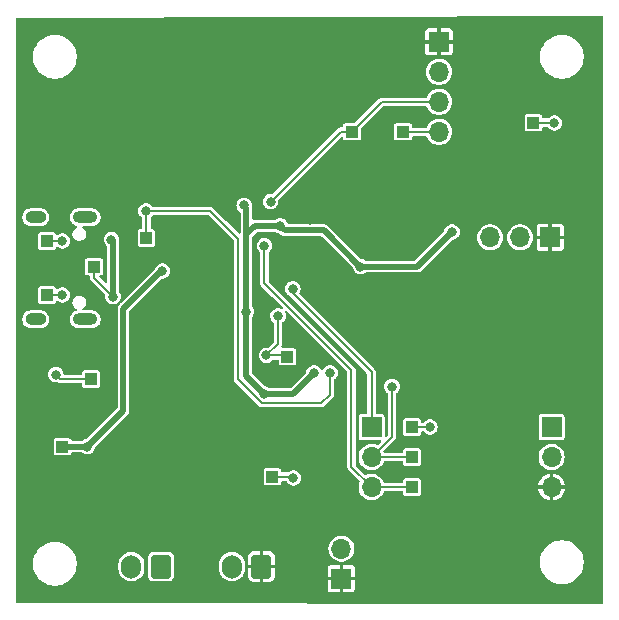
<source format=gbr>
%TF.GenerationSoftware,KiCad,Pcbnew,8.0.1*%
%TF.CreationDate,2024-04-17T00:31:54+12:00*%
%TF.ProjectId,50x50 2 Layer,35307835-3020-4322-904c-617965722e6b,B*%
%TF.SameCoordinates,Original*%
%TF.FileFunction,Copper,L2,Bot*%
%TF.FilePolarity,Positive*%
%FSLAX46Y46*%
G04 Gerber Fmt 4.6, Leading zero omitted, Abs format (unit mm)*
G04 Created by KiCad (PCBNEW 8.0.1) date 2024-04-17 00:31:54*
%MOMM*%
%LPD*%
G01*
G04 APERTURE LIST*
G04 Aperture macros list*
%AMRoundRect*
0 Rectangle with rounded corners*
0 $1 Rounding radius*
0 $2 $3 $4 $5 $6 $7 $8 $9 X,Y pos of 4 corners*
0 Add a 4 corners polygon primitive as box body*
4,1,4,$2,$3,$4,$5,$6,$7,$8,$9,$2,$3,0*
0 Add four circle primitives for the rounded corners*
1,1,$1+$1,$2,$3*
1,1,$1+$1,$4,$5*
1,1,$1+$1,$6,$7*
1,1,$1+$1,$8,$9*
0 Add four rect primitives between the rounded corners*
20,1,$1+$1,$2,$3,$4,$5,0*
20,1,$1+$1,$4,$5,$6,$7,0*
20,1,$1+$1,$6,$7,$8,$9,0*
20,1,$1+$1,$8,$9,$2,$3,0*%
G04 Aperture macros list end*
%TA.AperFunction,ComponentPad*%
%ADD10R,1.700000X1.700000*%
%TD*%
%TA.AperFunction,ComponentPad*%
%ADD11O,1.700000X1.700000*%
%TD*%
%TA.AperFunction,ComponentPad*%
%ADD12O,2.100000X1.000000*%
%TD*%
%TA.AperFunction,ComponentPad*%
%ADD13O,1.800000X1.000000*%
%TD*%
%TA.AperFunction,ComponentPad*%
%ADD14RoundRect,0.250000X0.600000X0.750000X-0.600000X0.750000X-0.600000X-0.750000X0.600000X-0.750000X0*%
%TD*%
%TA.AperFunction,ComponentPad*%
%ADD15O,1.700000X2.000000*%
%TD*%
%TA.AperFunction,SMDPad,CuDef*%
%ADD16R,1.000000X1.000000*%
%TD*%
%TA.AperFunction,ViaPad*%
%ADD17C,0.800000*%
%TD*%
%TA.AperFunction,Conductor*%
%ADD18C,0.500000*%
%TD*%
%TA.AperFunction,Conductor*%
%ADD19C,0.200000*%
%TD*%
G04 APERTURE END LIST*
D10*
%TO.P,J2,1,Pin_1*%
%TO.N,GND*%
X105918000Y-85090000D03*
D11*
%TO.P,J2,2,Pin_2*%
%TO.N,Net-(J2-Pin_2)*%
X105918000Y-82550000D03*
%TD*%
D12*
%TO.P,J3,S1,SHIELD*%
%TO.N,Net-(J3-SHIELD)*%
X84223000Y-54501000D03*
D13*
X80043000Y-54501000D03*
D12*
X84223000Y-63141000D03*
D13*
X80043000Y-63141000D03*
%TD*%
D14*
%TO.P,SW1,1,A*%
%TO.N,Net-(SW1-A)*%
X90640000Y-84074000D03*
D15*
%TO.P,SW1,2,B*%
%TO.N,Net-(D2-A)*%
X88140000Y-84074000D03*
%TD*%
D10*
%TO.P,J5,1,Pin_1*%
%TO.N,GND*%
X114173000Y-39653000D03*
D11*
%TO.P,J5,2,Pin_2*%
%TO.N,+3V3*%
X114173000Y-42193000D03*
%TO.P,J5,3,Pin_3*%
%TO.N,I2C0_SCL*%
X114173000Y-44733000D03*
%TO.P,J5,4,Pin_4*%
%TO.N,I2C0_SDA*%
X114173000Y-47273000D03*
%TD*%
D14*
%TO.P,J1,1,Pin_1*%
%TO.N,GND*%
X99149000Y-84074000D03*
D15*
%TO.P,J1,2,Pin_2*%
%TO.N,/Battery*%
X96649000Y-84074000D03*
%TD*%
D10*
%TO.P,U4,1,SCL*%
%TO.N,I2C1_SCL*%
X108471000Y-72263000D03*
D11*
%TO.P,U4,2,INT_1*%
%TO.N,INT_1*%
X108471000Y-74803000D03*
%TO.P,U4,3,SDA*%
%TO.N,I2C1_SDA*%
X108471000Y-77343000D03*
%TO.P,U4,4,GND*%
%TO.N,GND*%
X123711000Y-77343000D03*
%TO.P,U4,5*%
%TO.N,unconnected-(U4-Pad5)*%
X123711000Y-74803000D03*
D10*
%TO.P,U4,6,+3V3*%
%TO.N,+3V3*%
X123711000Y-72263000D03*
%TD*%
%TO.P,J4,1,Pin_1*%
%TO.N,GND*%
X123596400Y-56209800D03*
D11*
%TO.P,J4,2,Pin_2*%
%TO.N,/SWD*%
X121056400Y-56209800D03*
%TO.P,J4,3,Pin_3*%
%TO.N,/SWCLK*%
X118516400Y-56209800D03*
%TD*%
D16*
%TO.P,TP11,1,1*%
%TO.N,INT_1*%
X111887000Y-74803000D03*
%TD*%
%TO.P,TP4,1,1*%
%TO.N,D+*%
X80975200Y-61087000D03*
%TD*%
%TO.P,TP1,1,1*%
%TO.N,GND*%
X84709000Y-65532000D03*
%TD*%
%TO.P,TP14,1,1*%
%TO.N,I2C0_SDA*%
X111125000Y-47244000D03*
%TD*%
%TO.P,TP6,1,1*%
%TO.N,USB_DET*%
X89408000Y-56261000D03*
%TD*%
%TO.P,TP8,1,1*%
%TO.N,+3V3*%
X84709000Y-68199000D03*
%TD*%
%TO.P,TP5,1,1*%
%TO.N,/QSPI_SS*%
X100076000Y-76454000D03*
%TD*%
%TO.P,TP3,1,1*%
%TO.N,D-*%
X80975200Y-56515000D03*
%TD*%
%TO.P,TP9,1,1*%
%TO.N,/RUN*%
X122174000Y-46482000D03*
%TD*%
%TO.P,TP15,1,1*%
%TO.N,I2C1_SDA*%
X111887000Y-77343000D03*
%TD*%
%TO.P,TP13,1,1*%
%TO.N,I2C1_SCL*%
X111887000Y-72263000D03*
%TD*%
%TO.P,TP7,1,1*%
%TO.N,+BATT*%
X82296000Y-73914000D03*
%TD*%
%TO.P,TP2,1,1*%
%TO.N,VBUS*%
X84963000Y-58674000D03*
%TD*%
%TO.P,TP12,1,1*%
%TO.N,I2C0_SCL*%
X106807000Y-47244000D03*
%TD*%
%TO.P,TP10,1,1*%
%TO.N,+1V1*%
X101346000Y-66294000D03*
%TD*%
D17*
%TO.N,+3V3*%
X97688400Y-53492400D03*
X100736400Y-55219600D03*
X107531000Y-58674000D03*
X97879000Y-62484000D03*
X81743000Y-67818000D03*
X115278000Y-55753000D03*
X103594000Y-67691000D03*
X99403000Y-69469000D03*
%TO.N,GND*%
X81750000Y-65532000D03*
X89370000Y-48895000D03*
X95593000Y-68199000D03*
X109182000Y-55118000D03*
X79464000Y-75311000D03*
X103239371Y-59582000D03*
X82766000Y-65532000D03*
X123787000Y-65278000D03*
X126073000Y-49657000D03*
X121882000Y-65278000D03*
X94831000Y-58420000D03*
X86068000Y-62230000D03*
X99911000Y-78994000D03*
X118199000Y-61468000D03*
X108166000Y-60833000D03*
X96228000Y-57023000D03*
X111214000Y-55880000D03*
X94196000Y-60706000D03*
X102063154Y-72803581D03*
X109436000Y-69723000D03*
X118199000Y-49657000D03*
X86068000Y-55372000D03*
X116421000Y-59690000D03*
X91337000Y-63881000D03*
X91402000Y-57277000D03*
X79464000Y-79502000D03*
X90767000Y-68199000D03*
X82753200Y-66497200D03*
X113627000Y-66294000D03*
X120104000Y-65278000D03*
X103225600Y-54762400D03*
X82004000Y-53340000D03*
X111849000Y-64516000D03*
X96990000Y-69596000D03*
X92672000Y-76327000D03*
X81737200Y-66497200D03*
%TO.N,+BATT*%
X90767000Y-59055000D03*
X84417000Y-73914000D03*
%TO.N,+1V1*%
X99563773Y-66193020D03*
X100546000Y-62865000D03*
%TO.N,VBUS*%
X86576000Y-61214000D03*
X86449000Y-56388000D03*
%TO.N,I2C0_SCL*%
X99919608Y-53183608D03*
%TO.N,/QSPI_SS*%
X101854000Y-76581000D03*
%TO.N,/RUN*%
X123952000Y-46518000D03*
%TO.N,I2C1_SCL*%
X113411000Y-72263000D03*
X101803200Y-60553600D03*
%TO.N,I2C1_SDA*%
X99394980Y-56904020D03*
%TO.N,USB_DET*%
X104952800Y-67665600D03*
X89370000Y-53975000D03*
%TO.N,D-*%
X82296000Y-56515000D03*
%TO.N,D+*%
X82296000Y-61087000D03*
%TO.N,INT_1*%
X110198000Y-68834000D03*
%TD*%
D18*
%TO.N,+3V3*%
X100736400Y-55219600D02*
X98602800Y-55219600D01*
X107531000Y-58674000D02*
X112357000Y-58674000D01*
X98602800Y-55219600D02*
X97879000Y-55943400D01*
X104469400Y-55612400D02*
X107531000Y-58674000D01*
X97879000Y-67945000D02*
X99403000Y-69469000D01*
X97879000Y-53683000D02*
X97879000Y-55943400D01*
X97879000Y-62484000D02*
X97879000Y-67945000D01*
X100736400Y-55219600D02*
X101129200Y-55612400D01*
X97879000Y-55943400D02*
X97879000Y-62484000D01*
D19*
X82124000Y-68199000D02*
X81743000Y-67818000D01*
X84709000Y-68199000D02*
X82124000Y-68199000D01*
D18*
X101816000Y-69469000D02*
X103594000Y-67691000D01*
X99403000Y-69469000D02*
X101816000Y-69469000D01*
X112357000Y-58674000D02*
X115278000Y-55753000D01*
X97688400Y-53492400D02*
X97879000Y-53683000D01*
X101129200Y-55612400D02*
X104469400Y-55612400D01*
%TO.N,+BATT*%
X84417000Y-73914000D02*
X82296000Y-73914000D01*
X87465000Y-70866000D02*
X84417000Y-73914000D01*
X90640000Y-59055000D02*
X87465000Y-62230000D01*
X87465000Y-62230000D02*
X87465000Y-70866000D01*
X90767000Y-59055000D02*
X90640000Y-59055000D01*
D19*
%TO.N,+1V1*%
X99563773Y-66193020D02*
X101245020Y-66193020D01*
X101245020Y-66193020D02*
X101346000Y-66294000D01*
X99563773Y-66193020D02*
X100546000Y-65210793D01*
X100546000Y-65210793D02*
X100546000Y-62865000D01*
D18*
%TO.N,VBUS*%
X86576000Y-56515000D02*
X86449000Y-56388000D01*
D19*
X84963000Y-59601000D02*
X86576000Y-61214000D01*
D18*
X86576000Y-61214000D02*
X86576000Y-56515000D01*
D19*
X84963000Y-58674000D02*
X84963000Y-59601000D01*
%TO.N,I2C0_SDA*%
X114173000Y-47273000D02*
X111154000Y-47273000D01*
X111154000Y-47273000D02*
X111125000Y-47244000D01*
%TO.N,I2C0_SCL*%
X105859217Y-47244000D02*
X106807000Y-47244000D01*
X114173000Y-44733000D02*
X109318000Y-44733000D01*
X109318000Y-44733000D02*
X106807000Y-47244000D01*
X99919608Y-53183608D02*
X105859217Y-47244000D01*
%TO.N,/QSPI_SS*%
X101727000Y-76454000D02*
X101854000Y-76581000D01*
X100076000Y-76454000D02*
X101727000Y-76454000D01*
%TO.N,/RUN*%
X123916000Y-46482000D02*
X123952000Y-46518000D01*
X122174000Y-46482000D02*
X123916000Y-46482000D01*
%TO.N,I2C1_SCL*%
X101803200Y-60553600D02*
X101803200Y-60947200D01*
X101803200Y-60947200D02*
X108471000Y-67615000D01*
X113411000Y-72263000D02*
X111887000Y-72263000D01*
X108471000Y-67615000D02*
X108471000Y-72263000D01*
%TO.N,I2C1_SDA*%
X99394980Y-56904020D02*
X99403000Y-56912040D01*
X99403000Y-60071000D02*
X106769000Y-67437000D01*
X106769000Y-67437000D02*
X106769000Y-75641000D01*
X106769000Y-75641000D02*
X108471000Y-77343000D01*
X99403000Y-56912040D02*
X99403000Y-60071000D01*
X108471000Y-77343000D02*
X111887000Y-77343000D01*
%TO.N,USB_DET*%
X89370000Y-53975000D02*
X89408000Y-54013000D01*
X104952800Y-69507200D02*
X104229000Y-70231000D01*
X104229000Y-70231000D02*
X99175050Y-70231000D01*
X99175050Y-70231000D02*
X97179000Y-68234950D01*
X89408000Y-54013000D02*
X89408000Y-56261000D01*
X97179000Y-68234950D02*
X97179000Y-56323000D01*
X94831000Y-53975000D02*
X89370000Y-53975000D01*
X104952800Y-67665600D02*
X104952800Y-69507200D01*
X97179000Y-56323000D02*
X94831000Y-53975000D01*
%TO.N,D-*%
X82296000Y-56515000D02*
X80645000Y-56515000D01*
%TO.N,D+*%
X82296000Y-61087000D02*
X80645000Y-61087000D01*
%TO.N,INT_1*%
X108471000Y-74803000D02*
X111887000Y-74803000D01*
X110198000Y-68834000D02*
X110198000Y-73076000D01*
X110198000Y-73076000D02*
X108471000Y-74803000D01*
%TD*%
%TA.AperFunction,Conductor*%
%TO.N,GND*%
G36*
X128063955Y-37484028D02*
G01*
X128100064Y-37533422D01*
X128105000Y-37564291D01*
X128105000Y-87149784D01*
X128086093Y-87207975D01*
X128036593Y-87243939D01*
X128005785Y-87248784D01*
X78457785Y-87141214D01*
X78399636Y-87122180D01*
X78363779Y-87072602D01*
X78359000Y-87042214D01*
X78359000Y-83960288D01*
X79810500Y-83960288D01*
X79841426Y-84195202D01*
X79842161Y-84200781D01*
X79842161Y-84200786D01*
X79904944Y-84435092D01*
X79904948Y-84435105D01*
X79997772Y-84659204D01*
X79997774Y-84659208D01*
X79997776Y-84659212D01*
X80119064Y-84869289D01*
X80119066Y-84869292D01*
X80266729Y-85061731D01*
X80266731Y-85061733D01*
X80266735Y-85061738D01*
X80438262Y-85233265D01*
X80438266Y-85233268D01*
X80438268Y-85233270D01*
X80621672Y-85374000D01*
X80630711Y-85380936D01*
X80840788Y-85502224D01*
X81064900Y-85595054D01*
X81299211Y-85657838D01*
X81539712Y-85689500D01*
X81539713Y-85689500D01*
X81782287Y-85689500D01*
X81782288Y-85689500D01*
X82022789Y-85657838D01*
X82257100Y-85595054D01*
X82481212Y-85502224D01*
X82691289Y-85380936D01*
X82883738Y-85233265D01*
X83055265Y-85061738D01*
X83202936Y-84869289D01*
X83324224Y-84659212D01*
X83417054Y-84435100D01*
X83450410Y-84310614D01*
X87039500Y-84310614D01*
X87066597Y-84481702D01*
X87066598Y-84481706D01*
X87120123Y-84646438D01*
X87120125Y-84646441D01*
X87159280Y-84723289D01*
X87198768Y-84800788D01*
X87300586Y-84940928D01*
X87423072Y-85063414D01*
X87563212Y-85165232D01*
X87717555Y-85243873D01*
X87717557Y-85243873D01*
X87717558Y-85243874D01*
X87717561Y-85243876D01*
X87882293Y-85297401D01*
X87882297Y-85297402D01*
X88053386Y-85324500D01*
X88053389Y-85324500D01*
X88226614Y-85324500D01*
X88397702Y-85297402D01*
X88397706Y-85297401D01*
X88562438Y-85243876D01*
X88562440Y-85243874D01*
X88562445Y-85243873D01*
X88716788Y-85165232D01*
X88856928Y-85063414D01*
X88979414Y-84940928D01*
X89029591Y-84871866D01*
X89539500Y-84871866D01*
X89539501Y-84871870D01*
X89545908Y-84931480D01*
X89545909Y-84931485D01*
X89596202Y-85066329D01*
X89618485Y-85096095D01*
X89682454Y-85181546D01*
X89682457Y-85181548D01*
X89682458Y-85181549D01*
X89797670Y-85267797D01*
X89932511Y-85318089D01*
X89932512Y-85318089D01*
X89932517Y-85318091D01*
X89992127Y-85324500D01*
X91287872Y-85324499D01*
X91347483Y-85318091D01*
X91441586Y-85282993D01*
X91482329Y-85267797D01*
X91482329Y-85267796D01*
X91482331Y-85267796D01*
X91597546Y-85181546D01*
X91683796Y-85066331D01*
X91734091Y-84931483D01*
X91740500Y-84871873D01*
X91740500Y-84310614D01*
X95548500Y-84310614D01*
X95575597Y-84481702D01*
X95575598Y-84481706D01*
X95629123Y-84646438D01*
X95629125Y-84646441D01*
X95668280Y-84723289D01*
X95707768Y-84800788D01*
X95809586Y-84940928D01*
X95932072Y-85063414D01*
X96072212Y-85165232D01*
X96226555Y-85243873D01*
X96226557Y-85243873D01*
X96226558Y-85243874D01*
X96226561Y-85243876D01*
X96391293Y-85297401D01*
X96391297Y-85297402D01*
X96562386Y-85324500D01*
X96562389Y-85324500D01*
X96735614Y-85324500D01*
X96906702Y-85297402D01*
X96906706Y-85297401D01*
X97071438Y-85243876D01*
X97071440Y-85243874D01*
X97071445Y-85243873D01*
X97225788Y-85165232D01*
X97365928Y-85063414D01*
X97488414Y-84940928D01*
X97542080Y-84867064D01*
X97999000Y-84867064D01*
X98009613Y-84955443D01*
X98065080Y-85096095D01*
X98156435Y-85216564D01*
X98276904Y-85307919D01*
X98417556Y-85363386D01*
X98505935Y-85373999D01*
X98505942Y-85374000D01*
X98998999Y-85374000D01*
X98999000Y-85373999D01*
X98999000Y-84551445D01*
X99083174Y-84574000D01*
X99214826Y-84574000D01*
X99299000Y-84551445D01*
X99299000Y-85373999D01*
X99299001Y-85374000D01*
X99792058Y-85374000D01*
X99792064Y-85373999D01*
X99880443Y-85363386D01*
X100021095Y-85307919D01*
X100141564Y-85216564D01*
X100232919Y-85096095D01*
X100288386Y-84955443D01*
X100290241Y-84939999D01*
X104768000Y-84939999D01*
X104768001Y-84940000D01*
X105440555Y-84940000D01*
X105418000Y-85024174D01*
X105418000Y-85155826D01*
X105440555Y-85240000D01*
X104768002Y-85240000D01*
X104768001Y-85240001D01*
X104768001Y-85984791D01*
X104770909Y-86009874D01*
X104816213Y-86112477D01*
X104895522Y-86191786D01*
X104998127Y-86237090D01*
X105023203Y-86239999D01*
X105767998Y-86239999D01*
X105768000Y-86239998D01*
X105768000Y-85567445D01*
X105852174Y-85590000D01*
X105983826Y-85590000D01*
X106068000Y-85567445D01*
X106068000Y-86239998D01*
X106068001Y-86239999D01*
X106812790Y-86239999D01*
X106812791Y-86239998D01*
X106837874Y-86237090D01*
X106940477Y-86191786D01*
X107019786Y-86112477D01*
X107065090Y-86009872D01*
X107067999Y-85984797D01*
X107068000Y-85984795D01*
X107068000Y-85240001D01*
X107067999Y-85240000D01*
X106395445Y-85240000D01*
X106418000Y-85155826D01*
X106418000Y-85024174D01*
X106395445Y-84940000D01*
X107067998Y-84940000D01*
X107067999Y-84939999D01*
X107067999Y-84195210D01*
X107067998Y-84195208D01*
X107065090Y-84170125D01*
X107019786Y-84067522D01*
X106940477Y-83988213D01*
X106837872Y-83942909D01*
X106812797Y-83940000D01*
X106068001Y-83940000D01*
X106068000Y-83940001D01*
X106068000Y-84612554D01*
X105983826Y-84590000D01*
X105852174Y-84590000D01*
X105768000Y-84612554D01*
X105768000Y-83940001D01*
X105767999Y-83940000D01*
X105023210Y-83940000D01*
X105023207Y-83940001D01*
X104998125Y-83942909D01*
X104895522Y-83988213D01*
X104816213Y-84067522D01*
X104770909Y-84170127D01*
X104768000Y-84195202D01*
X104768000Y-84939999D01*
X100290241Y-84939999D01*
X100298999Y-84867064D01*
X100299000Y-84867058D01*
X100299000Y-84224001D01*
X100298999Y-84224000D01*
X99626445Y-84224000D01*
X99649000Y-84139826D01*
X99649000Y-84008174D01*
X99626445Y-83924000D01*
X100298999Y-83924000D01*
X100299000Y-83923999D01*
X100299000Y-83814289D01*
X122736500Y-83814289D01*
X122768161Y-84054781D01*
X122768161Y-84054786D01*
X122768162Y-84054789D01*
X122825022Y-84266993D01*
X122830944Y-84289092D01*
X122830948Y-84289105D01*
X122923772Y-84513204D01*
X122923774Y-84513208D01*
X122923776Y-84513212D01*
X123045064Y-84723289D01*
X123045066Y-84723292D01*
X123192729Y-84915731D01*
X123192731Y-84915733D01*
X123192735Y-84915738D01*
X123364262Y-85087265D01*
X123364266Y-85087268D01*
X123364268Y-85087270D01*
X123532768Y-85216564D01*
X123556711Y-85234936D01*
X123766788Y-85356224D01*
X123990900Y-85449054D01*
X124225211Y-85511838D01*
X124465712Y-85543500D01*
X124465713Y-85543500D01*
X124708287Y-85543500D01*
X124708288Y-85543500D01*
X124948789Y-85511838D01*
X125183100Y-85449054D01*
X125407212Y-85356224D01*
X125617289Y-85234936D01*
X125809738Y-85087265D01*
X125981265Y-84915738D01*
X126128936Y-84723289D01*
X126250224Y-84513212D01*
X126343054Y-84289100D01*
X126405838Y-84054789D01*
X126437500Y-83814288D01*
X126437500Y-83571712D01*
X126405838Y-83331211D01*
X126343054Y-83096900D01*
X126250224Y-82872788D01*
X126128936Y-82662711D01*
X125981265Y-82470262D01*
X125809738Y-82298735D01*
X125809733Y-82298731D01*
X125809731Y-82298729D01*
X125617292Y-82151066D01*
X125616745Y-82150750D01*
X125407212Y-82029776D01*
X125407208Y-82029774D01*
X125407204Y-82029772D01*
X125183105Y-81936948D01*
X125183104Y-81936947D01*
X125183100Y-81936946D01*
X124948789Y-81874162D01*
X124948786Y-81874161D01*
X124948784Y-81874161D01*
X124708289Y-81842500D01*
X124708288Y-81842500D01*
X124465712Y-81842500D01*
X124465710Y-81842500D01*
X124225218Y-81874161D01*
X124225213Y-81874161D01*
X123990907Y-81936944D01*
X123990894Y-81936948D01*
X123766795Y-82029772D01*
X123556707Y-82151066D01*
X123364268Y-82298729D01*
X123192729Y-82470268D01*
X123045066Y-82662707D01*
X122923772Y-82872795D01*
X122830948Y-83096894D01*
X122830944Y-83096907D01*
X122768161Y-83331213D01*
X122768161Y-83331218D01*
X122736500Y-83571710D01*
X122736500Y-83814289D01*
X100299000Y-83814289D01*
X100299000Y-83280941D01*
X100298999Y-83280935D01*
X100288386Y-83192556D01*
X100232919Y-83051904D01*
X100141564Y-82931435D01*
X100021095Y-82840080D01*
X99880443Y-82784613D01*
X99792064Y-82774000D01*
X99299001Y-82774000D01*
X99299000Y-82774001D01*
X99299000Y-83596554D01*
X99214826Y-83574000D01*
X99083174Y-83574000D01*
X98999000Y-83596554D01*
X98999000Y-82774001D01*
X98998999Y-82774000D01*
X98505935Y-82774000D01*
X98417556Y-82784613D01*
X98276904Y-82840080D01*
X98156435Y-82931435D01*
X98065080Y-83051904D01*
X98009613Y-83192556D01*
X97999000Y-83280935D01*
X97999000Y-83923999D01*
X97999001Y-83924000D01*
X98671555Y-83924000D01*
X98649000Y-84008174D01*
X98649000Y-84139826D01*
X98671555Y-84224000D01*
X97999001Y-84224000D01*
X97999000Y-84224001D01*
X97999000Y-84867064D01*
X97542080Y-84867064D01*
X97590232Y-84800788D01*
X97668873Y-84646445D01*
X97668874Y-84646440D01*
X97668876Y-84646438D01*
X97722401Y-84481706D01*
X97722402Y-84481702D01*
X97749500Y-84310614D01*
X97749500Y-83837385D01*
X97722402Y-83666297D01*
X97722401Y-83666293D01*
X97668876Y-83501561D01*
X97668874Y-83501558D01*
X97668873Y-83501557D01*
X97668873Y-83501555D01*
X97590232Y-83347212D01*
X97488414Y-83207072D01*
X97365928Y-83084586D01*
X97225788Y-82982768D01*
X97225787Y-82982767D01*
X97225785Y-82982766D01*
X97071441Y-82904125D01*
X97071438Y-82904123D01*
X96906706Y-82850598D01*
X96906702Y-82850597D01*
X96735614Y-82823500D01*
X96735611Y-82823500D01*
X96562389Y-82823500D01*
X96562386Y-82823500D01*
X96391297Y-82850597D01*
X96391293Y-82850598D01*
X96226561Y-82904123D01*
X96226558Y-82904125D01*
X96072214Y-82982766D01*
X95932073Y-83084585D01*
X95809585Y-83207073D01*
X95707766Y-83347214D01*
X95629125Y-83501558D01*
X95629123Y-83501561D01*
X95575598Y-83666293D01*
X95575597Y-83666297D01*
X95548500Y-83837385D01*
X95548500Y-84310614D01*
X91740500Y-84310614D01*
X91740499Y-83276128D01*
X91734091Y-83216517D01*
X91702502Y-83131822D01*
X91683797Y-83081670D01*
X91597549Y-82966458D01*
X91597548Y-82966457D01*
X91597546Y-82966454D01*
X91597541Y-82966450D01*
X91482329Y-82880202D01*
X91347488Y-82829910D01*
X91347483Y-82829909D01*
X91347481Y-82829908D01*
X91347477Y-82829908D01*
X91316249Y-82826550D01*
X91287873Y-82823500D01*
X91287870Y-82823500D01*
X89992133Y-82823500D01*
X89992129Y-82823500D01*
X89992128Y-82823501D01*
X89984949Y-82824272D01*
X89932519Y-82829908D01*
X89932514Y-82829909D01*
X89797670Y-82880202D01*
X89682458Y-82966450D01*
X89682450Y-82966458D01*
X89596202Y-83081670D01*
X89545910Y-83216511D01*
X89545908Y-83216522D01*
X89539500Y-83276129D01*
X89539500Y-84871866D01*
X89029591Y-84871866D01*
X89081232Y-84800788D01*
X89159873Y-84646445D01*
X89159874Y-84646440D01*
X89159876Y-84646438D01*
X89213401Y-84481706D01*
X89213402Y-84481702D01*
X89240500Y-84310614D01*
X89240500Y-83837385D01*
X89213402Y-83666297D01*
X89213401Y-83666293D01*
X89159876Y-83501561D01*
X89159874Y-83501558D01*
X89159873Y-83501557D01*
X89159873Y-83501555D01*
X89081232Y-83347212D01*
X88979414Y-83207072D01*
X88856928Y-83084586D01*
X88716788Y-82982768D01*
X88716787Y-82982767D01*
X88716785Y-82982766D01*
X88562441Y-82904125D01*
X88562438Y-82904123D01*
X88397706Y-82850598D01*
X88397702Y-82850597D01*
X88226614Y-82823500D01*
X88226611Y-82823500D01*
X88053389Y-82823500D01*
X88053386Y-82823500D01*
X87882297Y-82850597D01*
X87882293Y-82850598D01*
X87717561Y-82904123D01*
X87717558Y-82904125D01*
X87563214Y-82982766D01*
X87423073Y-83084585D01*
X87300585Y-83207073D01*
X87198766Y-83347214D01*
X87120125Y-83501558D01*
X87120123Y-83501561D01*
X87066598Y-83666293D01*
X87066597Y-83666297D01*
X87039500Y-83837385D01*
X87039500Y-84310614D01*
X83450410Y-84310614D01*
X83479838Y-84200789D01*
X83511500Y-83960288D01*
X83511500Y-83717712D01*
X83479838Y-83477211D01*
X83417054Y-83242900D01*
X83324224Y-83018788D01*
X83202936Y-82808711D01*
X83160251Y-82753083D01*
X83055270Y-82616268D01*
X83055268Y-82616266D01*
X83055265Y-82616262D01*
X82989003Y-82550000D01*
X104812785Y-82550000D01*
X104831603Y-82753083D01*
X104887418Y-82949250D01*
X104978327Y-83131821D01*
X105101236Y-83294579D01*
X105251959Y-83431981D01*
X105425363Y-83539348D01*
X105615544Y-83613024D01*
X105816024Y-83650500D01*
X106019976Y-83650500D01*
X106220456Y-83613024D01*
X106410637Y-83539348D01*
X106584041Y-83431981D01*
X106734764Y-83294579D01*
X106857673Y-83131821D01*
X106948582Y-82949250D01*
X107004397Y-82753083D01*
X107023215Y-82550000D01*
X107004397Y-82346917D01*
X106948582Y-82150750D01*
X106857673Y-81968179D01*
X106734764Y-81805421D01*
X106584041Y-81668019D01*
X106410637Y-81560652D01*
X106220456Y-81486976D01*
X106220455Y-81486975D01*
X106220453Y-81486975D01*
X106019976Y-81449500D01*
X105816024Y-81449500D01*
X105615546Y-81486975D01*
X105545632Y-81514059D01*
X105425363Y-81560652D01*
X105251959Y-81668019D01*
X105101237Y-81805420D01*
X104978328Y-81968177D01*
X104978323Y-81968186D01*
X104921181Y-82082944D01*
X104887418Y-82150750D01*
X104831603Y-82346917D01*
X104812785Y-82550000D01*
X82989003Y-82550000D01*
X82883738Y-82444735D01*
X82883733Y-82444731D01*
X82883731Y-82444729D01*
X82691292Y-82297066D01*
X82691289Y-82297064D01*
X82481212Y-82175776D01*
X82481208Y-82175774D01*
X82481204Y-82175772D01*
X82257105Y-82082948D01*
X82257104Y-82082947D01*
X82257100Y-82082946D01*
X82022789Y-82020162D01*
X82022786Y-82020161D01*
X82022784Y-82020161D01*
X81782289Y-81988500D01*
X81782288Y-81988500D01*
X81539712Y-81988500D01*
X81539710Y-81988500D01*
X81299218Y-82020161D01*
X81299213Y-82020161D01*
X81064907Y-82082944D01*
X81064894Y-82082948D01*
X80840795Y-82175772D01*
X80630707Y-82297066D01*
X80438268Y-82444729D01*
X80266729Y-82616268D01*
X80119066Y-82808707D01*
X79997772Y-83018795D01*
X79904948Y-83242894D01*
X79904944Y-83242907D01*
X79842161Y-83477213D01*
X79842161Y-83477218D01*
X79816268Y-83673901D01*
X79810500Y-83717712D01*
X79810500Y-83960288D01*
X78359000Y-83960288D01*
X78359000Y-76978672D01*
X99325500Y-76978672D01*
X99325501Y-76978684D01*
X99340033Y-77051736D01*
X99340035Y-77051742D01*
X99395397Y-77134599D01*
X99395399Y-77134601D01*
X99478260Y-77189966D01*
X99533808Y-77201015D01*
X99551315Y-77204498D01*
X99551320Y-77204498D01*
X99551326Y-77204500D01*
X99551327Y-77204500D01*
X100600673Y-77204500D01*
X100600674Y-77204500D01*
X100673740Y-77189966D01*
X100756601Y-77134601D01*
X100811966Y-77051740D01*
X100826500Y-76978674D01*
X100826500Y-76903500D01*
X100845407Y-76845309D01*
X100894907Y-76809345D01*
X100925500Y-76804500D01*
X101174717Y-76804500D01*
X101232908Y-76823407D01*
X101267283Y-76868393D01*
X101273778Y-76885520D01*
X101273779Y-76885521D01*
X101363515Y-77015528D01*
X101363516Y-77015529D01*
X101363517Y-77015530D01*
X101481760Y-77120283D01*
X101621635Y-77193696D01*
X101775015Y-77231500D01*
X101775018Y-77231500D01*
X101932982Y-77231500D01*
X101932985Y-77231500D01*
X102086365Y-77193696D01*
X102226240Y-77120283D01*
X102344483Y-77015530D01*
X102434220Y-76885523D01*
X102490237Y-76737818D01*
X102509278Y-76581000D01*
X102507327Y-76564935D01*
X102490237Y-76424183D01*
X102490237Y-76424182D01*
X102434220Y-76276477D01*
X102344483Y-76146470D01*
X102226240Y-76041717D01*
X102155330Y-76004500D01*
X102086364Y-75968303D01*
X101932987Y-75930500D01*
X101932985Y-75930500D01*
X101775015Y-75930500D01*
X101775012Y-75930500D01*
X101621635Y-75968303D01*
X101481758Y-76041718D01*
X101440124Y-76078603D01*
X101384030Y-76103038D01*
X101374475Y-76103500D01*
X100925500Y-76103500D01*
X100867309Y-76084593D01*
X100831345Y-76035093D01*
X100826500Y-76004500D01*
X100826500Y-75929327D01*
X100826498Y-75929315D01*
X100813908Y-75866024D01*
X100811966Y-75856260D01*
X100769262Y-75792348D01*
X100756602Y-75773400D01*
X100756599Y-75773397D01*
X100673742Y-75718035D01*
X100673740Y-75718034D01*
X100673737Y-75718033D01*
X100673736Y-75718033D01*
X100600684Y-75703501D01*
X100600674Y-75703500D01*
X99551326Y-75703500D01*
X99551325Y-75703500D01*
X99551315Y-75703501D01*
X99478263Y-75718033D01*
X99478257Y-75718035D01*
X99395400Y-75773397D01*
X99395397Y-75773400D01*
X99340035Y-75856257D01*
X99340033Y-75856263D01*
X99325501Y-75929315D01*
X99325500Y-75929327D01*
X99325500Y-76978672D01*
X78359000Y-76978672D01*
X78359000Y-74438672D01*
X81545500Y-74438672D01*
X81545501Y-74438684D01*
X81560033Y-74511736D01*
X81560035Y-74511742D01*
X81615397Y-74594599D01*
X81615399Y-74594601D01*
X81698260Y-74649966D01*
X81753808Y-74661015D01*
X81771315Y-74664498D01*
X81771320Y-74664498D01*
X81771326Y-74664500D01*
X81771327Y-74664500D01*
X82820673Y-74664500D01*
X82820674Y-74664500D01*
X82893740Y-74649966D01*
X82976601Y-74594601D01*
X83031966Y-74511740D01*
X83035458Y-74494183D01*
X83065354Y-74440802D01*
X83120919Y-74415186D01*
X83132555Y-74414500D01*
X83963437Y-74414500D01*
X84021628Y-74433407D01*
X84029087Y-74439398D01*
X84044760Y-74453283D01*
X84184635Y-74526696D01*
X84338015Y-74564500D01*
X84338018Y-74564500D01*
X84495982Y-74564500D01*
X84495985Y-74564500D01*
X84649365Y-74526696D01*
X84789240Y-74453283D01*
X84907483Y-74348530D01*
X84997220Y-74218523D01*
X85053237Y-74070818D01*
X85060899Y-74007709D01*
X85086682Y-73952223D01*
X85089145Y-73949667D01*
X87865500Y-71173314D01*
X87871743Y-71162501D01*
X87931390Y-71059190D01*
X87931390Y-71059188D01*
X87931392Y-71059186D01*
X87965500Y-70931892D01*
X87965500Y-70800108D01*
X87965500Y-62478322D01*
X87984407Y-62420131D01*
X87994496Y-62408318D01*
X90668318Y-59734496D01*
X90722835Y-59706719D01*
X90738322Y-59705500D01*
X90845982Y-59705500D01*
X90845985Y-59705500D01*
X90999365Y-59667696D01*
X91139240Y-59594283D01*
X91257483Y-59489530D01*
X91347220Y-59359523D01*
X91403237Y-59211818D01*
X91422278Y-59055000D01*
X91403237Y-58898182D01*
X91347220Y-58750477D01*
X91257483Y-58620470D01*
X91139240Y-58515717D01*
X91069302Y-58479010D01*
X90999364Y-58442303D01*
X90845987Y-58404500D01*
X90845985Y-58404500D01*
X90688015Y-58404500D01*
X90688012Y-58404500D01*
X90534635Y-58442303D01*
X90394758Y-58515718D01*
X90276515Y-58620471D01*
X90186778Y-58750480D01*
X90163811Y-58811038D01*
X90141249Y-58845935D01*
X87230328Y-61756857D01*
X87175811Y-61784634D01*
X87160288Y-61782175D01*
X87162299Y-61802908D01*
X87135635Y-61851549D01*
X87064501Y-61922684D01*
X87064496Y-61922690D01*
X86998609Y-62036809D01*
X86964500Y-62164109D01*
X86964500Y-70617678D01*
X86945593Y-70675869D01*
X86935504Y-70687682D01*
X84386288Y-73236897D01*
X84339976Y-73263016D01*
X84184636Y-73301303D01*
X84044758Y-73374718D01*
X84029087Y-73388602D01*
X83972993Y-73413038D01*
X83963437Y-73413500D01*
X83132555Y-73413500D01*
X83074364Y-73394593D01*
X83038400Y-73345093D01*
X83035460Y-73333826D01*
X83031966Y-73316260D01*
X82996390Y-73263016D01*
X82976602Y-73233400D01*
X82976599Y-73233397D01*
X82893742Y-73178035D01*
X82893740Y-73178034D01*
X82893737Y-73178033D01*
X82893736Y-73178033D01*
X82820684Y-73163501D01*
X82820674Y-73163500D01*
X81771326Y-73163500D01*
X81771325Y-73163500D01*
X81771315Y-73163501D01*
X81698263Y-73178033D01*
X81698257Y-73178035D01*
X81615400Y-73233397D01*
X81615397Y-73233400D01*
X81560035Y-73316257D01*
X81560033Y-73316263D01*
X81545501Y-73389315D01*
X81545500Y-73389327D01*
X81545500Y-74438672D01*
X78359000Y-74438672D01*
X78359000Y-67818001D01*
X81087722Y-67818001D01*
X81106762Y-67974816D01*
X81106763Y-67974818D01*
X81162780Y-68122523D01*
X81252515Y-68252528D01*
X81252516Y-68252529D01*
X81252517Y-68252530D01*
X81370760Y-68357283D01*
X81510635Y-68430696D01*
X81664015Y-68468500D01*
X81664018Y-68468500D01*
X81821983Y-68468500D01*
X81821985Y-68468500D01*
X81830812Y-68466324D01*
X81891837Y-68470753D01*
X81904009Y-68476710D01*
X81908788Y-68479469D01*
X81988712Y-68525614D01*
X82077856Y-68549500D01*
X83859500Y-68549500D01*
X83917691Y-68568407D01*
X83953655Y-68617907D01*
X83958500Y-68648500D01*
X83958500Y-68723672D01*
X83958501Y-68723684D01*
X83973033Y-68796736D01*
X83973035Y-68796742D01*
X84028397Y-68879599D01*
X84028399Y-68879601D01*
X84111260Y-68934966D01*
X84166808Y-68946015D01*
X84184315Y-68949498D01*
X84184320Y-68949498D01*
X84184326Y-68949500D01*
X84184327Y-68949500D01*
X85233673Y-68949500D01*
X85233674Y-68949500D01*
X85306740Y-68934966D01*
X85389601Y-68879601D01*
X85444966Y-68796740D01*
X85459500Y-68723674D01*
X85459500Y-67674326D01*
X85457764Y-67665601D01*
X85446247Y-67607702D01*
X85444966Y-67601260D01*
X85432219Y-67582182D01*
X85389602Y-67518400D01*
X85389599Y-67518397D01*
X85306742Y-67463035D01*
X85306740Y-67463034D01*
X85306737Y-67463033D01*
X85306736Y-67463033D01*
X85233684Y-67448501D01*
X85233674Y-67448500D01*
X84184326Y-67448500D01*
X84184325Y-67448500D01*
X84184315Y-67448501D01*
X84111263Y-67463033D01*
X84111257Y-67463035D01*
X84028400Y-67518397D01*
X84028397Y-67518400D01*
X83973035Y-67601257D01*
X83973033Y-67601263D01*
X83958501Y-67674315D01*
X83958500Y-67674327D01*
X83958500Y-67749500D01*
X83939593Y-67807691D01*
X83890093Y-67843655D01*
X83859500Y-67848500D01*
X82489688Y-67848500D01*
X82431497Y-67829593D01*
X82395533Y-67780093D01*
X82391410Y-67761434D01*
X82385427Y-67712165D01*
X82379237Y-67661182D01*
X82323220Y-67513477D01*
X82244747Y-67399789D01*
X82233484Y-67383471D01*
X82115241Y-67278718D01*
X82115240Y-67278717D01*
X82045302Y-67242010D01*
X81975364Y-67205303D01*
X81821987Y-67167500D01*
X81821985Y-67167500D01*
X81664015Y-67167500D01*
X81664012Y-67167500D01*
X81510635Y-67205303D01*
X81370758Y-67278718D01*
X81252515Y-67383471D01*
X81162780Y-67513476D01*
X81106763Y-67661182D01*
X81106762Y-67661183D01*
X81087722Y-67817998D01*
X81087722Y-67818001D01*
X78359000Y-67818001D01*
X78359000Y-63214918D01*
X78892500Y-63214918D01*
X78921342Y-63359914D01*
X78957305Y-63446736D01*
X78977916Y-63496495D01*
X79060049Y-63619416D01*
X79164584Y-63723951D01*
X79287505Y-63806084D01*
X79424087Y-63862658D01*
X79569082Y-63891500D01*
X79569083Y-63891500D01*
X80516917Y-63891500D01*
X80516918Y-63891500D01*
X80661913Y-63862658D01*
X80798495Y-63806084D01*
X80921416Y-63723951D01*
X81025951Y-63619416D01*
X81108084Y-63496495D01*
X81164658Y-63359913D01*
X81193500Y-63214918D01*
X82922500Y-63214918D01*
X82951342Y-63359914D01*
X82987305Y-63446736D01*
X83007916Y-63496495D01*
X83090049Y-63619416D01*
X83194584Y-63723951D01*
X83317505Y-63806084D01*
X83454087Y-63862658D01*
X83599082Y-63891500D01*
X83599083Y-63891500D01*
X84846917Y-63891500D01*
X84846918Y-63891500D01*
X84991913Y-63862658D01*
X85128495Y-63806084D01*
X85251416Y-63723951D01*
X85355951Y-63619416D01*
X85438084Y-63496495D01*
X85494658Y-63359913D01*
X85523500Y-63214918D01*
X85523500Y-63067082D01*
X85494658Y-62922087D01*
X85438084Y-62785505D01*
X85355951Y-62662584D01*
X85251416Y-62558049D01*
X85128495Y-62475916D01*
X85128493Y-62475915D01*
X84991914Y-62419342D01*
X84846918Y-62390500D01*
X84066546Y-62390500D01*
X84008355Y-62371593D01*
X83972391Y-62322093D01*
X83972391Y-62260907D01*
X84008355Y-62211407D01*
X84017046Y-62205764D01*
X84076360Y-62171518D01*
X84076360Y-62171517D01*
X84076365Y-62171515D01*
X84183515Y-62064365D01*
X84199425Y-62036809D01*
X84259279Y-61933139D01*
X84259279Y-61933137D01*
X84259281Y-61933135D01*
X84298500Y-61786766D01*
X84298500Y-61635234D01*
X84259281Y-61488865D01*
X84259279Y-61488862D01*
X84259279Y-61488860D01*
X84183518Y-61357639D01*
X84183516Y-61357637D01*
X84183515Y-61357635D01*
X84076365Y-61250485D01*
X84076362Y-61250483D01*
X84076360Y-61250481D01*
X83945138Y-61174720D01*
X83945140Y-61174720D01*
X83888347Y-61159503D01*
X83798766Y-61135500D01*
X83647234Y-61135500D01*
X83557652Y-61159503D01*
X83500860Y-61174720D01*
X83369639Y-61250481D01*
X83262481Y-61357639D01*
X83186720Y-61488860D01*
X83166298Y-61565077D01*
X83147500Y-61635234D01*
X83147500Y-61786766D01*
X83168328Y-61864499D01*
X83186720Y-61933139D01*
X83262481Y-62064360D01*
X83262483Y-62064362D01*
X83262485Y-62064365D01*
X83369635Y-62171515D01*
X83369637Y-62171516D01*
X83369639Y-62171518D01*
X83482734Y-62236814D01*
X83523675Y-62282283D01*
X83530071Y-62343134D01*
X83499478Y-62396122D01*
X83458380Y-62416726D01*
X83458745Y-62417929D01*
X83454085Y-62419342D01*
X83317506Y-62475915D01*
X83194585Y-62558048D01*
X83090048Y-62662585D01*
X83007915Y-62785506D01*
X82951342Y-62922085D01*
X82922500Y-63067081D01*
X82922500Y-63214918D01*
X81193500Y-63214918D01*
X81193500Y-63067082D01*
X81164658Y-62922087D01*
X81108084Y-62785505D01*
X81025951Y-62662584D01*
X80921416Y-62558049D01*
X80798495Y-62475916D01*
X80798493Y-62475915D01*
X80661914Y-62419342D01*
X80516918Y-62390500D01*
X79569082Y-62390500D01*
X79569081Y-62390500D01*
X79424085Y-62419342D01*
X79287506Y-62475915D01*
X79164585Y-62558048D01*
X79060048Y-62662585D01*
X78977915Y-62785506D01*
X78921342Y-62922085D01*
X78892500Y-63067081D01*
X78892500Y-63214918D01*
X78359000Y-63214918D01*
X78359000Y-61611672D01*
X80224700Y-61611672D01*
X80224701Y-61611684D01*
X80239233Y-61684736D01*
X80239235Y-61684742D01*
X80294597Y-61767599D01*
X80294600Y-61767602D01*
X80377457Y-61822964D01*
X80377460Y-61822966D01*
X80433008Y-61834015D01*
X80450515Y-61837498D01*
X80450520Y-61837498D01*
X80450526Y-61837500D01*
X80450527Y-61837500D01*
X81499873Y-61837500D01*
X81499874Y-61837500D01*
X81572940Y-61822966D01*
X81655801Y-61767601D01*
X81711166Y-61684740D01*
X81719255Y-61644074D01*
X81749151Y-61590693D01*
X81804717Y-61565077D01*
X81864726Y-61577014D01*
X81882000Y-61589287D01*
X81923760Y-61626283D01*
X82063635Y-61699696D01*
X82217015Y-61737500D01*
X82217018Y-61737500D01*
X82374982Y-61737500D01*
X82374985Y-61737500D01*
X82528365Y-61699696D01*
X82668240Y-61626283D01*
X82786483Y-61521530D01*
X82876220Y-61391523D01*
X82932237Y-61243818D01*
X82951278Y-61087000D01*
X82949418Y-61071684D01*
X82932237Y-60930183D01*
X82932237Y-60930182D01*
X82876220Y-60782477D01*
X82786483Y-60652470D01*
X82668240Y-60547717D01*
X82556861Y-60489260D01*
X82528364Y-60474303D01*
X82374987Y-60436500D01*
X82374985Y-60436500D01*
X82217015Y-60436500D01*
X82217012Y-60436500D01*
X82063635Y-60474303D01*
X81923755Y-60547719D01*
X81882000Y-60584711D01*
X81825906Y-60609146D01*
X81766162Y-60595942D01*
X81725589Y-60550144D01*
X81719255Y-60529927D01*
X81711166Y-60489260D01*
X81655801Y-60406399D01*
X81655799Y-60406397D01*
X81572942Y-60351035D01*
X81572940Y-60351034D01*
X81572937Y-60351033D01*
X81572936Y-60351033D01*
X81499884Y-60336501D01*
X81499874Y-60336500D01*
X80450526Y-60336500D01*
X80450525Y-60336500D01*
X80450515Y-60336501D01*
X80377463Y-60351033D01*
X80377457Y-60351035D01*
X80294600Y-60406397D01*
X80294597Y-60406400D01*
X80239235Y-60489257D01*
X80239233Y-60489263D01*
X80224701Y-60562315D01*
X80224700Y-60562327D01*
X80224700Y-61611672D01*
X78359000Y-61611672D01*
X78359000Y-59198672D01*
X84212500Y-59198672D01*
X84212501Y-59198684D01*
X84227033Y-59271736D01*
X84227035Y-59271742D01*
X84282397Y-59354599D01*
X84282399Y-59354601D01*
X84365260Y-59409966D01*
X84420808Y-59421015D01*
X84438315Y-59424498D01*
X84438320Y-59424498D01*
X84438326Y-59424500D01*
X84513500Y-59424500D01*
X84571691Y-59443407D01*
X84607655Y-59492907D01*
X84612500Y-59523500D01*
X84612500Y-59647144D01*
X84632156Y-59720501D01*
X84636386Y-59736288D01*
X84682530Y-59816212D01*
X85302818Y-60436500D01*
X85903917Y-61037599D01*
X85931694Y-61092116D01*
X85932191Y-61119535D01*
X85920722Y-61213997D01*
X85920722Y-61214001D01*
X85939762Y-61370816D01*
X85939763Y-61370818D01*
X85965052Y-61437500D01*
X85995780Y-61518523D01*
X86085515Y-61648528D01*
X86085516Y-61648529D01*
X86085517Y-61648530D01*
X86203760Y-61753283D01*
X86343635Y-61826696D01*
X86497015Y-61864500D01*
X86497018Y-61864500D01*
X86654982Y-61864500D01*
X86654985Y-61864500D01*
X86808365Y-61826696D01*
X86948240Y-61753283D01*
X86999983Y-61707443D01*
X87056075Y-61683008D01*
X87064688Y-61684911D01*
X87062543Y-61671366D01*
X87078849Y-61630615D01*
X87156217Y-61518527D01*
X87156220Y-61518523D01*
X87212237Y-61370818D01*
X87226848Y-61250481D01*
X87231278Y-61214001D01*
X87231278Y-61213998D01*
X87215858Y-61087001D01*
X87212237Y-61057182D01*
X87156220Y-60909477D01*
X87094024Y-60819370D01*
X87076500Y-60763132D01*
X87076500Y-56785672D01*
X88657500Y-56785672D01*
X88657501Y-56785684D01*
X88672033Y-56858736D01*
X88672035Y-56858742D01*
X88727397Y-56941599D01*
X88727400Y-56941602D01*
X88746523Y-56954379D01*
X88810260Y-56996966D01*
X88865808Y-57008015D01*
X88883315Y-57011498D01*
X88883320Y-57011498D01*
X88883326Y-57011500D01*
X88883327Y-57011500D01*
X89932673Y-57011500D01*
X89932674Y-57011500D01*
X90005740Y-56996966D01*
X90088601Y-56941601D01*
X90143966Y-56858740D01*
X90158500Y-56785674D01*
X90158500Y-55736326D01*
X90143966Y-55663260D01*
X90120397Y-55627986D01*
X90088602Y-55580400D01*
X90088599Y-55580397D01*
X90005742Y-55525035D01*
X90005740Y-55525034D01*
X90005737Y-55525033D01*
X90005736Y-55525033D01*
X89932684Y-55510501D01*
X89932674Y-55510500D01*
X89932673Y-55510500D01*
X89857500Y-55510500D01*
X89799309Y-55491593D01*
X89763345Y-55442093D01*
X89758500Y-55411500D01*
X89758500Y-54544434D01*
X89777407Y-54486243D01*
X89791852Y-54470331D01*
X89860482Y-54409531D01*
X89860482Y-54409530D01*
X89860483Y-54409530D01*
X89888968Y-54368262D01*
X89937584Y-54331112D01*
X89970444Y-54325500D01*
X94644810Y-54325500D01*
X94703001Y-54344407D01*
X94714814Y-54354496D01*
X96799504Y-56439186D01*
X96827281Y-56493703D01*
X96828500Y-56509190D01*
X96828500Y-68281094D01*
X96832151Y-68294718D01*
X96848915Y-68357283D01*
X96848915Y-68357284D01*
X96851813Y-68368102D01*
X96852386Y-68370238D01*
X96898530Y-68450162D01*
X98959838Y-70511470D01*
X99039762Y-70557614D01*
X99128906Y-70581500D01*
X99128908Y-70581500D01*
X104275142Y-70581500D01*
X104275144Y-70581500D01*
X104364288Y-70557614D01*
X104444212Y-70511470D01*
X105233270Y-69722412D01*
X105279414Y-69642488D01*
X105303300Y-69553344D01*
X105303300Y-69461056D01*
X105303300Y-68268699D01*
X105322207Y-68210508D01*
X105336647Y-68194599D01*
X105443283Y-68100130D01*
X105533020Y-67970123D01*
X105589037Y-67822418D01*
X105602424Y-67712165D01*
X105608078Y-67665601D01*
X105608078Y-67665598D01*
X105589037Y-67508783D01*
X105589037Y-67508782D01*
X105533020Y-67361077D01*
X105443283Y-67231070D01*
X105325040Y-67126317D01*
X105233558Y-67078303D01*
X105185164Y-67052903D01*
X105031787Y-67015100D01*
X105031785Y-67015100D01*
X104873815Y-67015100D01*
X104873812Y-67015100D01*
X104720435Y-67052903D01*
X104580558Y-67126318D01*
X104462315Y-67231071D01*
X104372579Y-67361077D01*
X104361149Y-67391217D01*
X104322835Y-67438921D01*
X104263798Y-67454993D01*
X104206589Y-67433296D01*
X104176016Y-67391214D01*
X104174220Y-67386477D01*
X104098651Y-67276996D01*
X104084484Y-67256471D01*
X103984056Y-67167500D01*
X103966240Y-67151717D01*
X103896302Y-67115010D01*
X103826364Y-67078303D01*
X103672987Y-67040500D01*
X103672985Y-67040500D01*
X103515015Y-67040500D01*
X103515012Y-67040500D01*
X103361635Y-67078303D01*
X103221758Y-67151718D01*
X103103515Y-67256471D01*
X103013780Y-67386476D01*
X102957763Y-67534182D01*
X102957763Y-67534183D01*
X102950100Y-67597288D01*
X102924316Y-67652775D01*
X102921826Y-67655358D01*
X101637682Y-68939504D01*
X101583165Y-68967281D01*
X101567678Y-68968500D01*
X99856563Y-68968500D01*
X99798372Y-68949593D01*
X99790913Y-68943602D01*
X99775241Y-68929718D01*
X99775240Y-68929717D01*
X99679753Y-68879601D01*
X99635364Y-68856303D01*
X99480023Y-68818016D01*
X99433711Y-68791897D01*
X98408496Y-67766682D01*
X98380719Y-67712165D01*
X98379500Y-67696678D01*
X98379500Y-62934866D01*
X98397024Y-62878628D01*
X98459220Y-62788523D01*
X98515237Y-62640818D01*
X98534278Y-62484000D01*
X98533296Y-62475916D01*
X98515237Y-62327183D01*
X98515237Y-62327182D01*
X98459220Y-62179477D01*
X98397024Y-62089370D01*
X98379500Y-62033132D01*
X98379500Y-56904021D01*
X98739702Y-56904021D01*
X98758742Y-57060836D01*
X98758743Y-57060838D01*
X98778427Y-57112740D01*
X98814760Y-57208543D01*
X98904495Y-57338548D01*
X98904496Y-57338549D01*
X98904497Y-57338550D01*
X99019149Y-57440122D01*
X99050168Y-57492861D01*
X99052500Y-57514224D01*
X99052500Y-60117144D01*
X99075532Y-60203100D01*
X99075530Y-60203100D01*
X99075533Y-60203105D01*
X99076385Y-60206286D01*
X99076387Y-60206291D01*
X99101090Y-60249077D01*
X99122530Y-60286212D01*
X100050315Y-61213997D01*
X100971366Y-62135048D01*
X100999143Y-62189565D01*
X100989572Y-62249997D01*
X100946307Y-62293262D01*
X100885875Y-62302833D01*
X100855356Y-62292712D01*
X100814397Y-62271215D01*
X100778364Y-62252303D01*
X100624987Y-62214500D01*
X100624985Y-62214500D01*
X100467015Y-62214500D01*
X100467012Y-62214500D01*
X100313635Y-62252303D01*
X100173758Y-62325718D01*
X100055515Y-62430471D01*
X99965780Y-62560476D01*
X99909763Y-62708182D01*
X99909762Y-62708183D01*
X99890722Y-62864998D01*
X99890722Y-62865001D01*
X99909762Y-63021816D01*
X99909763Y-63021818D01*
X99926930Y-63067083D01*
X99965780Y-63169523D01*
X100055515Y-63299528D01*
X100055516Y-63299529D01*
X100055517Y-63299530D01*
X100162149Y-63393997D01*
X100193168Y-63446736D01*
X100195500Y-63468099D01*
X100195500Y-65024602D01*
X100176593Y-65082793D01*
X100166503Y-65094606D01*
X99743076Y-65518032D01*
X99688560Y-65545809D01*
X99649388Y-65544153D01*
X99642764Y-65542520D01*
X99642758Y-65542520D01*
X99484788Y-65542520D01*
X99484785Y-65542520D01*
X99331408Y-65580323D01*
X99191531Y-65653738D01*
X99073288Y-65758491D01*
X98983553Y-65888496D01*
X98927536Y-66036202D01*
X98927535Y-66036203D01*
X98908495Y-66193018D01*
X98908495Y-66193021D01*
X98927535Y-66349836D01*
X98927536Y-66349837D01*
X98983553Y-66497543D01*
X99073288Y-66627548D01*
X99073289Y-66627549D01*
X99073290Y-66627550D01*
X99191533Y-66732303D01*
X99331408Y-66805716D01*
X99484788Y-66843520D01*
X99484791Y-66843520D01*
X99642755Y-66843520D01*
X99642758Y-66843520D01*
X99796138Y-66805716D01*
X99936013Y-66732303D01*
X100054256Y-66627550D01*
X100082741Y-66586282D01*
X100131357Y-66549132D01*
X100164217Y-66543520D01*
X100496500Y-66543520D01*
X100554691Y-66562427D01*
X100590655Y-66611927D01*
X100595500Y-66642520D01*
X100595500Y-66818672D01*
X100595501Y-66818684D01*
X100610033Y-66891736D01*
X100610035Y-66891742D01*
X100665397Y-66974599D01*
X100665399Y-66974601D01*
X100748260Y-67029966D01*
X100801217Y-67040500D01*
X100821315Y-67044498D01*
X100821320Y-67044498D01*
X100821326Y-67044500D01*
X100821327Y-67044500D01*
X101870673Y-67044500D01*
X101870674Y-67044500D01*
X101943740Y-67029966D01*
X102026601Y-66974601D01*
X102081966Y-66891740D01*
X102096500Y-66818674D01*
X102096500Y-65769326D01*
X102081966Y-65696260D01*
X102026601Y-65613399D01*
X102026599Y-65613397D01*
X101943742Y-65558035D01*
X101943740Y-65558034D01*
X101943737Y-65558033D01*
X101943736Y-65558033D01*
X101870684Y-65543501D01*
X101870674Y-65543500D01*
X100930107Y-65543500D01*
X100871916Y-65524593D01*
X100835952Y-65475093D01*
X100835952Y-65413907D01*
X100844367Y-65395005D01*
X100872614Y-65346081D01*
X100896500Y-65256936D01*
X100896500Y-65164649D01*
X100896500Y-63468099D01*
X100915407Y-63409908D01*
X100929847Y-63393999D01*
X101036483Y-63299530D01*
X101126220Y-63169523D01*
X101182237Y-63021818D01*
X101201278Y-62865000D01*
X101182237Y-62708182D01*
X101126220Y-62560477D01*
X101126218Y-62560474D01*
X101124450Y-62555812D01*
X101121494Y-62494698D01*
X101155025Y-62443518D01*
X101212234Y-62421822D01*
X101271270Y-62437895D01*
X101287015Y-62450697D01*
X106389505Y-67553187D01*
X106417281Y-67607702D01*
X106418500Y-67623189D01*
X106418500Y-75687144D01*
X106441612Y-75773399D01*
X106442386Y-75776288D01*
X106488530Y-75856212D01*
X106962954Y-76330636D01*
X107435142Y-76802824D01*
X107462919Y-76857341D01*
X107453760Y-76916954D01*
X107440419Y-76943747D01*
X107440418Y-76943750D01*
X107384603Y-77139917D01*
X107365785Y-77343000D01*
X107384603Y-77546083D01*
X107440418Y-77742250D01*
X107531327Y-77924821D01*
X107654236Y-78087579D01*
X107804959Y-78224981D01*
X107978363Y-78332348D01*
X108168544Y-78406024D01*
X108369024Y-78443500D01*
X108572976Y-78443500D01*
X108773456Y-78406024D01*
X108963637Y-78332348D01*
X109137041Y-78224981D01*
X109287764Y-78087579D01*
X109410673Y-77924821D01*
X109498534Y-77748372D01*
X109541397Y-77704709D01*
X109587155Y-77693500D01*
X111037500Y-77693500D01*
X111095691Y-77712407D01*
X111131655Y-77761907D01*
X111136500Y-77792500D01*
X111136500Y-77867672D01*
X111136501Y-77867684D01*
X111151033Y-77940736D01*
X111151035Y-77940742D01*
X111206397Y-78023599D01*
X111206399Y-78023601D01*
X111289260Y-78078966D01*
X111332560Y-78087579D01*
X111362315Y-78093498D01*
X111362320Y-78093498D01*
X111362326Y-78093500D01*
X111362327Y-78093500D01*
X112411673Y-78093500D01*
X112411674Y-78093500D01*
X112484740Y-78078966D01*
X112567601Y-78023601D01*
X112622966Y-77940740D01*
X112637500Y-77867674D01*
X112637500Y-77493000D01*
X122569973Y-77493000D01*
X122575738Y-77555216D01*
X122634064Y-77760210D01*
X122729057Y-77950983D01*
X122729062Y-77950992D01*
X122857496Y-78121064D01*
X122857506Y-78121075D01*
X123014995Y-78264647D01*
X123014994Y-78264647D01*
X123196206Y-78376847D01*
X123394941Y-78453838D01*
X123560999Y-78484880D01*
X123561000Y-78484880D01*
X123561000Y-77820445D01*
X123645174Y-77843000D01*
X123776826Y-77843000D01*
X123861000Y-77820445D01*
X123861000Y-78484880D01*
X124027058Y-78453838D01*
X124225793Y-78376847D01*
X124407004Y-78264647D01*
X124564493Y-78121075D01*
X124564503Y-78121064D01*
X124692937Y-77950992D01*
X124692942Y-77950983D01*
X124787935Y-77760210D01*
X124846261Y-77555216D01*
X124852027Y-77493000D01*
X124188445Y-77493000D01*
X124211000Y-77408826D01*
X124211000Y-77277174D01*
X124188445Y-77193000D01*
X124852026Y-77193000D01*
X124846261Y-77130783D01*
X124787935Y-76925789D01*
X124692942Y-76735016D01*
X124692937Y-76735007D01*
X124564503Y-76564935D01*
X124564493Y-76564924D01*
X124407004Y-76421352D01*
X124407005Y-76421352D01*
X124225793Y-76309152D01*
X124027061Y-76232162D01*
X124027055Y-76232160D01*
X123861000Y-76201118D01*
X123861000Y-76865554D01*
X123776826Y-76843000D01*
X123645174Y-76843000D01*
X123561000Y-76865554D01*
X123561000Y-76201119D01*
X123560999Y-76201118D01*
X123394944Y-76232160D01*
X123394938Y-76232162D01*
X123196206Y-76309152D01*
X123014995Y-76421352D01*
X122857506Y-76564924D01*
X122857496Y-76564935D01*
X122729062Y-76735007D01*
X122729057Y-76735016D01*
X122634064Y-76925789D01*
X122575738Y-77130783D01*
X122569973Y-77193000D01*
X123233555Y-77193000D01*
X123211000Y-77277174D01*
X123211000Y-77408826D01*
X123233555Y-77493000D01*
X122569973Y-77493000D01*
X112637500Y-77493000D01*
X112637500Y-76818326D01*
X112622966Y-76745260D01*
X112622964Y-76745257D01*
X112567602Y-76662400D01*
X112567599Y-76662397D01*
X112484742Y-76607035D01*
X112484740Y-76607034D01*
X112484737Y-76607033D01*
X112484736Y-76607033D01*
X112411684Y-76592501D01*
X112411674Y-76592500D01*
X111362326Y-76592500D01*
X111362325Y-76592500D01*
X111362315Y-76592501D01*
X111289263Y-76607033D01*
X111289257Y-76607035D01*
X111206400Y-76662397D01*
X111206397Y-76662400D01*
X111151035Y-76745257D01*
X111151033Y-76745263D01*
X111136501Y-76818315D01*
X111136500Y-76818327D01*
X111136500Y-76893500D01*
X111117593Y-76951691D01*
X111068093Y-76987655D01*
X111037500Y-76992500D01*
X109587155Y-76992500D01*
X109528964Y-76973593D01*
X109498534Y-76937628D01*
X109456490Y-76853192D01*
X109410673Y-76761179D01*
X109287764Y-76598421D01*
X109137041Y-76461019D01*
X108963637Y-76353652D01*
X108773456Y-76279976D01*
X108773455Y-76279975D01*
X108773453Y-76279975D01*
X108572976Y-76242500D01*
X108369024Y-76242500D01*
X108168544Y-76279975D01*
X108037773Y-76330636D01*
X107976682Y-76334026D01*
X107932007Y-76308325D01*
X107148496Y-75524814D01*
X107120719Y-75470297D01*
X107119500Y-75454810D01*
X107119500Y-67390857D01*
X107119500Y-67390856D01*
X107095614Y-67301712D01*
X107081344Y-67276996D01*
X107081344Y-67276995D01*
X107049471Y-67221790D01*
X107049470Y-67221788D01*
X100381283Y-60553601D01*
X101147922Y-60553601D01*
X101166962Y-60710416D01*
X101166963Y-60710418D01*
X101198655Y-60793982D01*
X101222980Y-60858123D01*
X101312715Y-60988128D01*
X101312716Y-60988129D01*
X101312717Y-60988130D01*
X101430960Y-61092883D01*
X101479643Y-61118434D01*
X101519370Y-61156594D01*
X101522730Y-61162412D01*
X108091505Y-67731187D01*
X108119281Y-67785702D01*
X108120500Y-67801189D01*
X108120500Y-71063500D01*
X108101593Y-71121691D01*
X108052093Y-71157655D01*
X108021500Y-71162500D01*
X107596326Y-71162500D01*
X107596325Y-71162500D01*
X107596315Y-71162501D01*
X107523263Y-71177033D01*
X107523257Y-71177035D01*
X107440400Y-71232397D01*
X107440397Y-71232400D01*
X107385035Y-71315257D01*
X107385033Y-71315263D01*
X107370501Y-71388315D01*
X107370500Y-71388327D01*
X107370500Y-73137672D01*
X107370501Y-73137684D01*
X107385033Y-73210736D01*
X107385035Y-73210742D01*
X107440397Y-73293599D01*
X107440400Y-73293602D01*
X107491280Y-73327598D01*
X107523260Y-73348966D01*
X107578808Y-73360015D01*
X107596315Y-73363498D01*
X107596320Y-73363498D01*
X107596326Y-73363500D01*
X107596327Y-73363500D01*
X109175809Y-73363500D01*
X109234000Y-73382407D01*
X109269964Y-73431907D01*
X109269964Y-73493093D01*
X109245812Y-73532504D01*
X109009990Y-73768325D01*
X108955474Y-73796102D01*
X108904225Y-73790636D01*
X108773456Y-73739976D01*
X108773455Y-73739975D01*
X108773453Y-73739975D01*
X108572976Y-73702500D01*
X108369024Y-73702500D01*
X108168546Y-73739975D01*
X108098632Y-73767059D01*
X107978363Y-73813652D01*
X107804959Y-73921019D01*
X107654236Y-74058421D01*
X107644876Y-74070816D01*
X107531328Y-74221177D01*
X107531323Y-74221186D01*
X107443465Y-74397630D01*
X107440418Y-74403750D01*
X107384603Y-74599917D01*
X107365785Y-74803000D01*
X107384603Y-75006083D01*
X107440418Y-75202250D01*
X107531327Y-75384821D01*
X107654236Y-75547579D01*
X107804959Y-75684981D01*
X107978363Y-75792348D01*
X108168544Y-75866024D01*
X108369024Y-75903500D01*
X108572976Y-75903500D01*
X108773456Y-75866024D01*
X108963637Y-75792348D01*
X109137041Y-75684981D01*
X109287764Y-75547579D01*
X109410673Y-75384821D01*
X109498534Y-75208372D01*
X109541397Y-75164709D01*
X109587155Y-75153500D01*
X111037500Y-75153500D01*
X111095691Y-75172407D01*
X111131655Y-75221907D01*
X111136500Y-75252500D01*
X111136500Y-75327672D01*
X111136501Y-75327684D01*
X111151033Y-75400736D01*
X111151035Y-75400742D01*
X111206397Y-75483599D01*
X111206399Y-75483601D01*
X111289260Y-75538966D01*
X111332560Y-75547579D01*
X111362315Y-75553498D01*
X111362320Y-75553498D01*
X111362326Y-75553500D01*
X111362327Y-75553500D01*
X112411673Y-75553500D01*
X112411674Y-75553500D01*
X112484740Y-75538966D01*
X112567601Y-75483601D01*
X112622966Y-75400740D01*
X112637500Y-75327674D01*
X112637500Y-74803000D01*
X122605785Y-74803000D01*
X122624603Y-75006083D01*
X122680418Y-75202250D01*
X122771327Y-75384821D01*
X122894236Y-75547579D01*
X123044959Y-75684981D01*
X123218363Y-75792348D01*
X123408544Y-75866024D01*
X123609024Y-75903500D01*
X123812976Y-75903500D01*
X124013456Y-75866024D01*
X124203637Y-75792348D01*
X124377041Y-75684981D01*
X124527764Y-75547579D01*
X124650673Y-75384821D01*
X124741582Y-75202250D01*
X124797397Y-75006083D01*
X124816215Y-74803000D01*
X124797397Y-74599917D01*
X124741582Y-74403750D01*
X124650673Y-74221179D01*
X124527764Y-74058421D01*
X124377041Y-73921019D01*
X124203637Y-73813652D01*
X124013456Y-73739976D01*
X124013455Y-73739975D01*
X124013453Y-73739975D01*
X123812976Y-73702500D01*
X123609024Y-73702500D01*
X123408546Y-73739975D01*
X123338632Y-73767059D01*
X123218363Y-73813652D01*
X123044959Y-73921019D01*
X122894236Y-74058421D01*
X122884876Y-74070816D01*
X122771328Y-74221177D01*
X122771323Y-74221186D01*
X122683465Y-74397630D01*
X122680418Y-74403750D01*
X122624603Y-74599917D01*
X122605785Y-74803000D01*
X112637500Y-74803000D01*
X112637500Y-74278326D01*
X112622966Y-74205260D01*
X112567601Y-74122399D01*
X112567599Y-74122397D01*
X112484742Y-74067035D01*
X112484740Y-74067034D01*
X112484737Y-74067033D01*
X112484736Y-74067033D01*
X112411684Y-74052501D01*
X112411674Y-74052500D01*
X111362326Y-74052500D01*
X111362325Y-74052500D01*
X111362315Y-74052501D01*
X111289263Y-74067033D01*
X111289257Y-74067035D01*
X111206400Y-74122397D01*
X111206397Y-74122400D01*
X111151035Y-74205257D01*
X111151033Y-74205263D01*
X111136501Y-74278315D01*
X111136500Y-74278327D01*
X111136500Y-74353500D01*
X111117593Y-74411691D01*
X111068093Y-74447655D01*
X111037500Y-74452500D01*
X109587154Y-74452500D01*
X109528963Y-74433593D01*
X109498535Y-74397631D01*
X109488239Y-74376955D01*
X109479226Y-74316440D01*
X109506854Y-74262826D01*
X110478470Y-73291212D01*
X110524614Y-73211288D01*
X110544339Y-73137672D01*
X122610500Y-73137672D01*
X122610501Y-73137684D01*
X122625033Y-73210736D01*
X122625035Y-73210742D01*
X122680397Y-73293599D01*
X122680400Y-73293602D01*
X122731280Y-73327598D01*
X122763260Y-73348966D01*
X122818808Y-73360015D01*
X122836315Y-73363498D01*
X122836320Y-73363498D01*
X122836326Y-73363500D01*
X122836327Y-73363500D01*
X124585673Y-73363500D01*
X124585674Y-73363500D01*
X124658740Y-73348966D01*
X124741601Y-73293601D01*
X124796966Y-73210740D01*
X124811500Y-73137674D01*
X124811500Y-71388326D01*
X124796966Y-71315260D01*
X124741601Y-71232399D01*
X124741599Y-71232397D01*
X124658742Y-71177035D01*
X124658740Y-71177034D01*
X124658737Y-71177033D01*
X124658736Y-71177033D01*
X124585684Y-71162501D01*
X124585674Y-71162500D01*
X122836326Y-71162500D01*
X122836325Y-71162500D01*
X122836315Y-71162501D01*
X122763263Y-71177033D01*
X122763257Y-71177035D01*
X122680400Y-71232397D01*
X122680397Y-71232400D01*
X122625035Y-71315257D01*
X122625033Y-71315263D01*
X122610501Y-71388315D01*
X122610500Y-71388327D01*
X122610500Y-73137672D01*
X110544339Y-73137672D01*
X110548500Y-73122144D01*
X110548500Y-73029856D01*
X110548500Y-72787672D01*
X111136500Y-72787672D01*
X111136501Y-72787684D01*
X111151033Y-72860736D01*
X111151035Y-72860742D01*
X111206397Y-72943599D01*
X111206399Y-72943601D01*
X111289260Y-72998966D01*
X111344808Y-73010015D01*
X111362315Y-73013498D01*
X111362320Y-73013498D01*
X111362326Y-73013500D01*
X111362327Y-73013500D01*
X112411673Y-73013500D01*
X112411674Y-73013500D01*
X112484740Y-72998966D01*
X112567601Y-72943601D01*
X112622966Y-72860740D01*
X112637500Y-72787674D01*
X112637500Y-72712500D01*
X112656407Y-72654309D01*
X112705907Y-72618345D01*
X112736500Y-72613500D01*
X112810556Y-72613500D01*
X112868747Y-72632407D01*
X112892032Y-72656262D01*
X112920515Y-72697528D01*
X112920516Y-72697529D01*
X112920517Y-72697530D01*
X113038760Y-72802283D01*
X113178635Y-72875696D01*
X113332015Y-72913500D01*
X113332018Y-72913500D01*
X113489982Y-72913500D01*
X113489985Y-72913500D01*
X113643365Y-72875696D01*
X113783240Y-72802283D01*
X113901483Y-72697530D01*
X113991220Y-72567523D01*
X114047237Y-72419818D01*
X114066278Y-72263000D01*
X114047237Y-72106182D01*
X113991220Y-71958477D01*
X113901483Y-71828470D01*
X113783240Y-71723717D01*
X113671861Y-71665260D01*
X113643364Y-71650303D01*
X113489987Y-71612500D01*
X113489985Y-71612500D01*
X113332015Y-71612500D01*
X113332012Y-71612500D01*
X113178635Y-71650303D01*
X113038758Y-71723718D01*
X112920515Y-71828471D01*
X112892032Y-71869738D01*
X112843416Y-71906888D01*
X112810556Y-71912500D01*
X112736500Y-71912500D01*
X112678309Y-71893593D01*
X112642345Y-71844093D01*
X112637500Y-71813500D01*
X112637500Y-71738327D01*
X112637498Y-71738315D01*
X112634015Y-71720808D01*
X112622966Y-71665260D01*
X112567601Y-71582399D01*
X112567599Y-71582397D01*
X112484742Y-71527035D01*
X112484740Y-71527034D01*
X112484737Y-71527033D01*
X112484736Y-71527033D01*
X112411684Y-71512501D01*
X112411674Y-71512500D01*
X111362326Y-71512500D01*
X111362325Y-71512500D01*
X111362315Y-71512501D01*
X111289263Y-71527033D01*
X111289257Y-71527035D01*
X111206400Y-71582397D01*
X111206397Y-71582400D01*
X111151035Y-71665257D01*
X111151033Y-71665263D01*
X111136501Y-71738315D01*
X111136500Y-71738327D01*
X111136500Y-72787672D01*
X110548500Y-72787672D01*
X110548500Y-69437099D01*
X110567407Y-69378908D01*
X110581847Y-69362999D01*
X110688483Y-69268530D01*
X110778220Y-69138523D01*
X110834237Y-68990818D01*
X110853278Y-68834000D01*
X110848753Y-68796736D01*
X110834237Y-68677183D01*
X110834237Y-68677182D01*
X110778220Y-68529477D01*
X110688483Y-68399470D01*
X110570240Y-68294717D01*
X110500302Y-68258010D01*
X110430364Y-68221303D01*
X110276987Y-68183500D01*
X110276985Y-68183500D01*
X110119015Y-68183500D01*
X110119012Y-68183500D01*
X109965635Y-68221303D01*
X109825758Y-68294718D01*
X109707515Y-68399471D01*
X109617780Y-68529476D01*
X109561763Y-68677182D01*
X109561762Y-68677183D01*
X109542722Y-68833998D01*
X109542722Y-68834001D01*
X109561762Y-68990816D01*
X109561763Y-68990817D01*
X109617780Y-69138523D01*
X109707515Y-69268528D01*
X109707516Y-69268529D01*
X109707517Y-69268530D01*
X109814149Y-69362997D01*
X109845168Y-69415736D01*
X109847500Y-69437099D01*
X109847500Y-72889810D01*
X109828593Y-72948001D01*
X109818504Y-72959814D01*
X109740504Y-73037814D01*
X109685987Y-73065591D01*
X109625555Y-73056020D01*
X109582290Y-73012755D01*
X109571500Y-72967810D01*
X109571500Y-71388327D01*
X109571498Y-71388315D01*
X109568015Y-71370808D01*
X109556966Y-71315260D01*
X109501601Y-71232399D01*
X109501599Y-71232397D01*
X109418742Y-71177035D01*
X109418740Y-71177034D01*
X109418737Y-71177033D01*
X109418736Y-71177033D01*
X109345684Y-71162501D01*
X109345674Y-71162500D01*
X109345673Y-71162500D01*
X108920500Y-71162500D01*
X108862309Y-71143593D01*
X108826345Y-71094093D01*
X108821500Y-71063500D01*
X108821500Y-67568857D01*
X108807980Y-67518399D01*
X108797614Y-67479712D01*
X108787985Y-67463034D01*
X108787984Y-67463032D01*
X108787984Y-67463031D01*
X108767570Y-67427674D01*
X108751470Y-67399788D01*
X102370860Y-61019178D01*
X102343083Y-60964661D01*
X102352654Y-60904229D01*
X102359376Y-60892955D01*
X102383420Y-60858123D01*
X102439437Y-60710418D01*
X102453337Y-60595942D01*
X102458478Y-60553601D01*
X102458478Y-60553598D01*
X102439437Y-60396783D01*
X102439437Y-60396782D01*
X102383420Y-60249077D01*
X102293683Y-60119070D01*
X102175440Y-60014317D01*
X102105502Y-59977610D01*
X102035564Y-59940903D01*
X101882187Y-59903100D01*
X101882185Y-59903100D01*
X101724215Y-59903100D01*
X101724212Y-59903100D01*
X101570835Y-59940903D01*
X101430958Y-60014318D01*
X101312715Y-60119071D01*
X101222980Y-60249076D01*
X101166963Y-60396782D01*
X101166962Y-60396783D01*
X101147922Y-60553598D01*
X101147922Y-60553601D01*
X100381283Y-60553601D01*
X99782496Y-59954814D01*
X99754719Y-59900297D01*
X99753500Y-59884810D01*
X99753500Y-57500014D01*
X99772407Y-57441823D01*
X99786848Y-57425914D01*
X99885463Y-57338550D01*
X99975200Y-57208543D01*
X100031217Y-57060838D01*
X100050258Y-56904020D01*
X100049359Y-56896619D01*
X100036609Y-56791613D01*
X100031217Y-56747202D01*
X99975200Y-56599497D01*
X99930331Y-56534493D01*
X99885464Y-56469491D01*
X99883987Y-56468182D01*
X99767220Y-56364737D01*
X99697282Y-56328030D01*
X99627344Y-56291323D01*
X99473967Y-56253520D01*
X99473965Y-56253520D01*
X99315995Y-56253520D01*
X99315992Y-56253520D01*
X99162615Y-56291323D01*
X99022738Y-56364738D01*
X98904495Y-56469491D01*
X98814760Y-56599496D01*
X98758743Y-56747202D01*
X98758742Y-56747203D01*
X98739702Y-56904018D01*
X98739702Y-56904021D01*
X98379500Y-56904021D01*
X98379500Y-56191722D01*
X98398407Y-56133531D01*
X98408496Y-56121718D01*
X98781118Y-55749096D01*
X98835635Y-55721319D01*
X98851122Y-55720100D01*
X100282837Y-55720100D01*
X100341028Y-55739007D01*
X100348487Y-55744998D01*
X100364160Y-55758883D01*
X100504035Y-55832296D01*
X100657415Y-55870100D01*
X100657416Y-55870100D01*
X100659376Y-55870583D01*
X100705687Y-55896702D01*
X100821885Y-56012899D01*
X100821890Y-56012903D01*
X100936010Y-56078790D01*
X100936008Y-56078790D01*
X100936012Y-56078791D01*
X100936014Y-56078792D01*
X101063307Y-56112900D01*
X101063308Y-56112900D01*
X104221078Y-56112900D01*
X104279269Y-56131807D01*
X104291082Y-56141896D01*
X106858826Y-58709639D01*
X106886603Y-58764156D01*
X106887100Y-58767709D01*
X106894763Y-58830816D01*
X106894763Y-58830817D01*
X106950780Y-58978523D01*
X107040515Y-59108528D01*
X107040516Y-59108529D01*
X107040517Y-59108530D01*
X107158760Y-59213283D01*
X107298635Y-59286696D01*
X107452015Y-59324500D01*
X107452018Y-59324500D01*
X107609982Y-59324500D01*
X107609985Y-59324500D01*
X107763365Y-59286696D01*
X107903240Y-59213283D01*
X107918913Y-59199398D01*
X107975007Y-59174962D01*
X107984563Y-59174500D01*
X112422890Y-59174500D01*
X112422892Y-59174500D01*
X112550186Y-59140392D01*
X112550188Y-59140390D01*
X112550190Y-59140390D01*
X112664309Y-59074503D01*
X112664309Y-59074502D01*
X112664314Y-59074500D01*
X115308713Y-56430100D01*
X115355024Y-56403983D01*
X115356984Y-56403500D01*
X115356985Y-56403500D01*
X115510365Y-56365696D01*
X115650240Y-56292283D01*
X115743345Y-56209800D01*
X117411185Y-56209800D01*
X117430003Y-56412883D01*
X117485818Y-56609050D01*
X117576727Y-56791621D01*
X117699636Y-56954379D01*
X117850359Y-57091781D01*
X118023763Y-57199148D01*
X118213944Y-57272824D01*
X118414424Y-57310300D01*
X118618376Y-57310300D01*
X118818856Y-57272824D01*
X119009037Y-57199148D01*
X119182441Y-57091781D01*
X119333164Y-56954379D01*
X119456073Y-56791621D01*
X119546982Y-56609050D01*
X119602797Y-56412883D01*
X119621615Y-56209800D01*
X119951185Y-56209800D01*
X119970003Y-56412883D01*
X120025818Y-56609050D01*
X120116727Y-56791621D01*
X120239636Y-56954379D01*
X120390359Y-57091781D01*
X120563763Y-57199148D01*
X120753944Y-57272824D01*
X120954424Y-57310300D01*
X121158376Y-57310300D01*
X121358856Y-57272824D01*
X121549037Y-57199148D01*
X121722441Y-57091781D01*
X121873164Y-56954379D01*
X121996073Y-56791621D01*
X122086982Y-56609050D01*
X122142797Y-56412883D01*
X122161615Y-56209800D01*
X122147716Y-56059799D01*
X122446400Y-56059799D01*
X122446401Y-56059800D01*
X123118955Y-56059800D01*
X123096400Y-56143974D01*
X123096400Y-56275626D01*
X123118955Y-56359800D01*
X122446402Y-56359800D01*
X122446401Y-56359801D01*
X122446401Y-57104591D01*
X122449309Y-57129674D01*
X122494613Y-57232277D01*
X122573922Y-57311586D01*
X122676527Y-57356890D01*
X122701603Y-57359799D01*
X123446398Y-57359799D01*
X123446400Y-57359798D01*
X123446400Y-56687245D01*
X123530574Y-56709800D01*
X123662226Y-56709800D01*
X123746400Y-56687245D01*
X123746400Y-57359798D01*
X123746401Y-57359799D01*
X124491190Y-57359799D01*
X124491191Y-57359798D01*
X124516274Y-57356890D01*
X124618877Y-57311586D01*
X124698186Y-57232277D01*
X124743490Y-57129672D01*
X124746399Y-57104597D01*
X124746400Y-57104595D01*
X124746400Y-56359801D01*
X124746399Y-56359800D01*
X124073845Y-56359800D01*
X124096400Y-56275626D01*
X124096400Y-56143974D01*
X124073845Y-56059800D01*
X124746398Y-56059800D01*
X124746399Y-56059799D01*
X124746399Y-55315010D01*
X124746398Y-55315008D01*
X124743490Y-55289925D01*
X124698186Y-55187322D01*
X124618877Y-55108013D01*
X124516272Y-55062709D01*
X124491197Y-55059800D01*
X123746401Y-55059800D01*
X123746400Y-55059801D01*
X123746400Y-55732354D01*
X123662226Y-55709800D01*
X123530574Y-55709800D01*
X123446400Y-55732354D01*
X123446400Y-55059801D01*
X123446399Y-55059800D01*
X122701610Y-55059800D01*
X122701607Y-55059801D01*
X122676525Y-55062709D01*
X122573922Y-55108013D01*
X122494613Y-55187322D01*
X122449309Y-55289927D01*
X122446400Y-55315002D01*
X122446400Y-56059799D01*
X122147716Y-56059799D01*
X122142797Y-56006717D01*
X122086982Y-55810550D01*
X121996073Y-55627979D01*
X121873164Y-55465221D01*
X121722441Y-55327819D01*
X121549037Y-55220452D01*
X121358856Y-55146776D01*
X121358855Y-55146775D01*
X121358853Y-55146775D01*
X121158376Y-55109300D01*
X120954424Y-55109300D01*
X120753946Y-55146775D01*
X120704104Y-55166084D01*
X120563763Y-55220452D01*
X120390359Y-55327819D01*
X120239636Y-55465221D01*
X120235661Y-55470485D01*
X120116728Y-55627977D01*
X120116723Y-55627986D01*
X120025819Y-55810547D01*
X120025818Y-55810550D01*
X119970003Y-56006717D01*
X119951185Y-56209800D01*
X119621615Y-56209800D01*
X119602797Y-56006717D01*
X119546982Y-55810550D01*
X119456073Y-55627979D01*
X119333164Y-55465221D01*
X119182441Y-55327819D01*
X119009037Y-55220452D01*
X118818856Y-55146776D01*
X118818855Y-55146775D01*
X118818853Y-55146775D01*
X118618376Y-55109300D01*
X118414424Y-55109300D01*
X118213946Y-55146775D01*
X118164104Y-55166084D01*
X118023763Y-55220452D01*
X117850359Y-55327819D01*
X117699636Y-55465221D01*
X117695661Y-55470485D01*
X117576728Y-55627977D01*
X117576723Y-55627986D01*
X117485819Y-55810547D01*
X117485818Y-55810550D01*
X117430003Y-56006717D01*
X117411185Y-56209800D01*
X115743345Y-56209800D01*
X115768483Y-56187530D01*
X115858220Y-56057523D01*
X115914237Y-55909818D01*
X115933278Y-55753000D01*
X115932306Y-55744998D01*
X115914237Y-55596183D01*
X115914237Y-55596182D01*
X115858220Y-55448477D01*
X115768483Y-55318470D01*
X115650240Y-55213717D01*
X115559484Y-55166084D01*
X115510364Y-55140303D01*
X115356987Y-55102500D01*
X115356985Y-55102500D01*
X115199015Y-55102500D01*
X115199012Y-55102500D01*
X115045635Y-55140303D01*
X114905758Y-55213718D01*
X114787515Y-55318471D01*
X114697780Y-55448476D01*
X114641763Y-55596182D01*
X114641763Y-55596183D01*
X114634100Y-55659288D01*
X114608316Y-55714775D01*
X114605826Y-55717358D01*
X112178682Y-58144504D01*
X112124165Y-58172281D01*
X112108678Y-58173500D01*
X107984563Y-58173500D01*
X107926372Y-58154593D01*
X107918913Y-58148602D01*
X107903241Y-58134718D01*
X107903240Y-58134717D01*
X107791861Y-58076260D01*
X107763364Y-58061303D01*
X107608022Y-58023016D01*
X107561710Y-57996897D01*
X106236629Y-56671816D01*
X104776714Y-55211900D01*
X104776711Y-55211898D01*
X104776709Y-55211896D01*
X104662589Y-55146009D01*
X104662591Y-55146009D01*
X104613199Y-55132775D01*
X104535292Y-55111900D01*
X104535290Y-55111900D01*
X101459600Y-55111900D01*
X101401409Y-55092993D01*
X101367033Y-55048006D01*
X101316620Y-54915077D01*
X101226883Y-54785070D01*
X101108640Y-54680317D01*
X101038702Y-54643610D01*
X100968764Y-54606903D01*
X100815387Y-54569100D01*
X100815385Y-54569100D01*
X100657415Y-54569100D01*
X100657412Y-54569100D01*
X100504035Y-54606903D01*
X100364158Y-54680318D01*
X100348487Y-54694202D01*
X100292393Y-54718638D01*
X100282837Y-54719100D01*
X98668693Y-54719100D01*
X98536908Y-54719100D01*
X98504121Y-54727884D01*
X98443021Y-54724682D01*
X98395471Y-54686177D01*
X98379500Y-54632258D01*
X98379500Y-53617108D01*
X98363740Y-53558292D01*
X98345392Y-53489814D01*
X98345391Y-53489813D01*
X98343712Y-53483544D01*
X98344541Y-53483321D01*
X98340889Y-53469440D01*
X98324637Y-53335585D01*
X98324637Y-53335582D01*
X98268620Y-53187877D01*
X98265674Y-53183609D01*
X99264330Y-53183609D01*
X99283370Y-53340424D01*
X99283371Y-53340426D01*
X99337564Y-53483321D01*
X99339388Y-53488131D01*
X99429123Y-53618136D01*
X99429124Y-53618137D01*
X99429125Y-53618138D01*
X99547368Y-53722891D01*
X99687243Y-53796304D01*
X99840623Y-53834108D01*
X99840626Y-53834108D01*
X99998590Y-53834108D01*
X99998593Y-53834108D01*
X100151973Y-53796304D01*
X100291848Y-53722891D01*
X100410091Y-53618138D01*
X100499828Y-53488131D01*
X100555845Y-53340426D01*
X100574886Y-53183608D01*
X100563415Y-53089142D01*
X100575170Y-53029100D01*
X100591685Y-53007211D01*
X105888202Y-47710696D01*
X105942718Y-47682920D01*
X106003150Y-47692491D01*
X106046415Y-47735756D01*
X106054702Y-47764071D01*
X106055550Y-47763903D01*
X106071033Y-47841736D01*
X106071035Y-47841742D01*
X106126397Y-47924599D01*
X106126399Y-47924601D01*
X106209260Y-47979966D01*
X106264808Y-47991015D01*
X106282315Y-47994498D01*
X106282320Y-47994498D01*
X106282326Y-47994500D01*
X106282327Y-47994500D01*
X107331673Y-47994500D01*
X107331674Y-47994500D01*
X107404740Y-47979966D01*
X107487601Y-47924601D01*
X107542966Y-47841740D01*
X107557500Y-47768674D01*
X107557500Y-47768672D01*
X110374500Y-47768672D01*
X110374501Y-47768684D01*
X110389033Y-47841736D01*
X110389035Y-47841742D01*
X110444397Y-47924599D01*
X110444399Y-47924601D01*
X110527260Y-47979966D01*
X110582808Y-47991015D01*
X110600315Y-47994498D01*
X110600320Y-47994498D01*
X110600326Y-47994500D01*
X110600327Y-47994500D01*
X111649673Y-47994500D01*
X111649674Y-47994500D01*
X111722740Y-47979966D01*
X111805601Y-47924601D01*
X111860966Y-47841740D01*
X111875500Y-47768674D01*
X111875500Y-47722500D01*
X111894407Y-47664309D01*
X111943907Y-47628345D01*
X111974500Y-47623500D01*
X113056845Y-47623500D01*
X113115036Y-47642407D01*
X113145466Y-47678372D01*
X113161562Y-47710697D01*
X113233327Y-47854821D01*
X113356236Y-48017579D01*
X113506959Y-48154981D01*
X113680363Y-48262348D01*
X113870544Y-48336024D01*
X114071024Y-48373500D01*
X114274976Y-48373500D01*
X114475456Y-48336024D01*
X114665637Y-48262348D01*
X114839041Y-48154981D01*
X114989764Y-48017579D01*
X115112673Y-47854821D01*
X115203582Y-47672250D01*
X115259397Y-47476083D01*
X115278215Y-47273000D01*
X115259397Y-47069917D01*
X115241402Y-47006672D01*
X121423500Y-47006672D01*
X121423501Y-47006684D01*
X121438033Y-47079736D01*
X121438035Y-47079742D01*
X121493397Y-47162599D01*
X121493400Y-47162602D01*
X121576257Y-47217964D01*
X121576260Y-47217966D01*
X121631808Y-47229015D01*
X121649315Y-47232498D01*
X121649320Y-47232498D01*
X121649326Y-47232500D01*
X121649327Y-47232500D01*
X122698673Y-47232500D01*
X122698674Y-47232500D01*
X122771740Y-47217966D01*
X122854601Y-47162601D01*
X122909966Y-47079740D01*
X122924500Y-47006674D01*
X122924500Y-46931500D01*
X122943407Y-46873309D01*
X122992907Y-46837345D01*
X123023500Y-46832500D01*
X123326707Y-46832500D01*
X123384898Y-46851407D01*
X123408183Y-46875262D01*
X123461515Y-46952528D01*
X123461516Y-46952529D01*
X123461517Y-46952530D01*
X123579760Y-47057283D01*
X123719635Y-47130696D01*
X123873015Y-47168500D01*
X123873018Y-47168500D01*
X124030982Y-47168500D01*
X124030985Y-47168500D01*
X124184365Y-47130696D01*
X124324240Y-47057283D01*
X124442483Y-46952530D01*
X124532220Y-46822523D01*
X124588237Y-46674818D01*
X124600931Y-46570272D01*
X124607278Y-46518001D01*
X124607278Y-46517998D01*
X124588237Y-46361183D01*
X124588237Y-46361182D01*
X124532220Y-46213477D01*
X124462585Y-46112593D01*
X124442484Y-46083471D01*
X124324241Y-45978718D01*
X124324240Y-45978717D01*
X124254302Y-45942010D01*
X124184364Y-45905303D01*
X124030987Y-45867500D01*
X124030985Y-45867500D01*
X123873015Y-45867500D01*
X123873012Y-45867500D01*
X123719635Y-45905303D01*
X123579758Y-45978718D01*
X123461518Y-46083468D01*
X123461512Y-46083475D01*
X123457878Y-46088741D01*
X123409261Y-46125889D01*
X123376405Y-46131500D01*
X123023500Y-46131500D01*
X122965309Y-46112593D01*
X122929345Y-46063093D01*
X122924500Y-46032500D01*
X122924500Y-45957327D01*
X122924498Y-45957315D01*
X122914152Y-45905304D01*
X122909966Y-45884260D01*
X122854601Y-45801399D01*
X122854599Y-45801397D01*
X122771742Y-45746035D01*
X122771740Y-45746034D01*
X122771737Y-45746033D01*
X122771736Y-45746033D01*
X122698684Y-45731501D01*
X122698674Y-45731500D01*
X121649326Y-45731500D01*
X121649325Y-45731500D01*
X121649315Y-45731501D01*
X121576263Y-45746033D01*
X121576257Y-45746035D01*
X121493400Y-45801397D01*
X121493397Y-45801400D01*
X121438035Y-45884257D01*
X121438033Y-45884263D01*
X121423501Y-45957315D01*
X121423500Y-45957327D01*
X121423500Y-47006672D01*
X115241402Y-47006672D01*
X115203582Y-46873750D01*
X115112673Y-46691179D01*
X114989764Y-46528421D01*
X114839041Y-46391019D01*
X114665637Y-46283652D01*
X114475456Y-46209976D01*
X114475455Y-46209975D01*
X114475453Y-46209975D01*
X114274976Y-46172500D01*
X114071024Y-46172500D01*
X113870546Y-46209975D01*
X113800632Y-46237059D01*
X113680363Y-46283652D01*
X113555148Y-46361182D01*
X113506959Y-46391019D01*
X113356237Y-46528420D01*
X113233328Y-46691177D01*
X113233323Y-46691186D01*
X113145466Y-46867628D01*
X113102603Y-46911291D01*
X113056845Y-46922500D01*
X111974500Y-46922500D01*
X111916309Y-46903593D01*
X111880345Y-46854093D01*
X111875500Y-46823500D01*
X111875500Y-46719327D01*
X111875498Y-46719315D01*
X111872015Y-46701808D01*
X111860966Y-46646260D01*
X111805601Y-46563399D01*
X111805599Y-46563397D01*
X111722742Y-46508035D01*
X111722740Y-46508034D01*
X111722737Y-46508033D01*
X111722736Y-46508033D01*
X111649684Y-46493501D01*
X111649674Y-46493500D01*
X110600326Y-46493500D01*
X110600325Y-46493500D01*
X110600315Y-46493501D01*
X110527263Y-46508033D01*
X110527257Y-46508035D01*
X110444400Y-46563397D01*
X110444397Y-46563400D01*
X110389035Y-46646257D01*
X110389033Y-46646263D01*
X110374501Y-46719315D01*
X110374500Y-46719327D01*
X110374500Y-47768672D01*
X107557500Y-47768672D01*
X107557500Y-47030189D01*
X107576407Y-46971998D01*
X107586496Y-46960185D01*
X109434185Y-45112496D01*
X109488702Y-45084719D01*
X109504189Y-45083500D01*
X113056845Y-45083500D01*
X113115036Y-45102407D01*
X113145466Y-45138372D01*
X113233327Y-45314821D01*
X113356236Y-45477579D01*
X113506959Y-45614981D01*
X113680363Y-45722348D01*
X113870544Y-45796024D01*
X114071024Y-45833500D01*
X114274976Y-45833500D01*
X114475456Y-45796024D01*
X114665637Y-45722348D01*
X114839041Y-45614981D01*
X114989764Y-45477579D01*
X115112673Y-45314821D01*
X115203582Y-45132250D01*
X115259397Y-44936083D01*
X115278215Y-44733000D01*
X115259397Y-44529917D01*
X115203582Y-44333750D01*
X115112673Y-44151179D01*
X114989764Y-43988421D01*
X114839041Y-43851019D01*
X114665637Y-43743652D01*
X114475456Y-43669976D01*
X114475455Y-43669975D01*
X114475453Y-43669975D01*
X114274976Y-43632500D01*
X114071024Y-43632500D01*
X113870546Y-43669975D01*
X113800632Y-43697059D01*
X113680363Y-43743652D01*
X113506959Y-43851019D01*
X113356237Y-43988420D01*
X113233328Y-44151177D01*
X113233323Y-44151186D01*
X113145466Y-44327628D01*
X113102603Y-44371291D01*
X113056845Y-44382500D01*
X109271856Y-44382500D01*
X109182712Y-44406386D01*
X109182711Y-44406386D01*
X109182709Y-44406387D01*
X109102790Y-44452529D01*
X107090814Y-46464504D01*
X107036297Y-46492281D01*
X107020810Y-46493500D01*
X106282326Y-46493500D01*
X106282325Y-46493500D01*
X106282315Y-46493501D01*
X106209263Y-46508033D01*
X106209257Y-46508035D01*
X106126400Y-46563397D01*
X106126397Y-46563400D01*
X106071035Y-46646257D01*
X106071033Y-46646263D01*
X106056501Y-46719315D01*
X106056500Y-46719327D01*
X106056500Y-46794500D01*
X106037593Y-46852691D01*
X105988093Y-46888655D01*
X105957500Y-46893500D01*
X105813073Y-46893500D01*
X105746676Y-46911291D01*
X105723929Y-46917386D01*
X105644005Y-46963530D01*
X100098912Y-52508620D01*
X100044395Y-52536397D01*
X100005223Y-52534741D01*
X99998599Y-52533108D01*
X99998593Y-52533108D01*
X99840623Y-52533108D01*
X99840620Y-52533108D01*
X99687243Y-52570911D01*
X99547366Y-52644326D01*
X99429123Y-52749079D01*
X99339388Y-52879084D01*
X99283371Y-53026790D01*
X99283370Y-53026791D01*
X99264330Y-53183606D01*
X99264330Y-53183609D01*
X98265674Y-53183609D01*
X98223751Y-53122873D01*
X98178884Y-53057871D01*
X98143801Y-53026790D01*
X98060640Y-52953117D01*
X97990702Y-52916410D01*
X97920764Y-52879703D01*
X97767387Y-52841900D01*
X97767385Y-52841900D01*
X97609415Y-52841900D01*
X97609412Y-52841900D01*
X97456035Y-52879703D01*
X97316158Y-52953118D01*
X97197915Y-53057871D01*
X97108180Y-53187876D01*
X97052163Y-53335582D01*
X97052162Y-53335583D01*
X97033122Y-53492398D01*
X97033122Y-53492401D01*
X97052162Y-53649216D01*
X97052163Y-53649218D01*
X97090574Y-53750500D01*
X97108180Y-53796923D01*
X97197915Y-53926928D01*
X97197916Y-53926929D01*
X97197917Y-53926930D01*
X97316160Y-54031683D01*
X97316164Y-54031685D01*
X97325506Y-54036588D01*
X97368245Y-54080371D01*
X97378500Y-54124249D01*
X97378500Y-55787810D01*
X97359593Y-55846001D01*
X97310093Y-55881965D01*
X97248907Y-55881965D01*
X97209496Y-55857814D01*
X96136752Y-54785070D01*
X95046212Y-53694530D01*
X94966288Y-53648386D01*
X94877144Y-53624500D01*
X94877142Y-53624500D01*
X89970444Y-53624500D01*
X89912253Y-53605593D01*
X89888968Y-53581738D01*
X89860484Y-53540471D01*
X89806223Y-53492400D01*
X89742240Y-53435717D01*
X89672302Y-53399010D01*
X89602364Y-53362303D01*
X89448987Y-53324500D01*
X89448985Y-53324500D01*
X89291015Y-53324500D01*
X89291012Y-53324500D01*
X89137635Y-53362303D01*
X88997758Y-53435718D01*
X88879515Y-53540471D01*
X88789780Y-53670476D01*
X88733763Y-53818182D01*
X88733762Y-53818183D01*
X88714722Y-53974998D01*
X88714722Y-53975001D01*
X88733762Y-54131816D01*
X88733763Y-54131818D01*
X88789780Y-54279523D01*
X88879515Y-54409528D01*
X88879516Y-54409529D01*
X88879517Y-54409530D01*
X88997760Y-54514283D01*
X89004507Y-54517824D01*
X89047245Y-54561606D01*
X89057500Y-54605484D01*
X89057500Y-55411500D01*
X89038593Y-55469691D01*
X88989093Y-55505655D01*
X88958500Y-55510500D01*
X88883326Y-55510500D01*
X88883325Y-55510500D01*
X88883315Y-55510501D01*
X88810263Y-55525033D01*
X88810257Y-55525035D01*
X88727400Y-55580397D01*
X88727397Y-55580400D01*
X88672035Y-55663257D01*
X88672033Y-55663263D01*
X88657501Y-55736315D01*
X88657500Y-55736327D01*
X88657500Y-56785672D01*
X87076500Y-56785672D01*
X87076500Y-56585997D01*
X87082933Y-56550892D01*
X87085237Y-56544818D01*
X87104278Y-56388000D01*
X87101453Y-56364737D01*
X87085237Y-56231183D01*
X87085237Y-56231182D01*
X87029220Y-56083477D01*
X86983201Y-56016807D01*
X86939484Y-55953471D01*
X86898607Y-55917257D01*
X86821240Y-55848717D01*
X86705193Y-55787810D01*
X86681364Y-55775303D01*
X86527987Y-55737500D01*
X86527985Y-55737500D01*
X86370015Y-55737500D01*
X86370012Y-55737500D01*
X86216635Y-55775303D01*
X86076758Y-55848718D01*
X85958515Y-55953471D01*
X85868780Y-56083476D01*
X85812763Y-56231182D01*
X85812762Y-56231183D01*
X85793722Y-56387998D01*
X85793722Y-56388001D01*
X85812762Y-56544816D01*
X85812763Y-56544817D01*
X85868780Y-56692523D01*
X85958517Y-56822530D01*
X85958517Y-56822531D01*
X86042148Y-56896619D01*
X86073167Y-56949358D01*
X86075500Y-56970722D01*
X86075500Y-59978810D01*
X86056593Y-60037001D01*
X86007093Y-60072965D01*
X85945907Y-60072965D01*
X85906496Y-60048814D01*
X85447243Y-59589561D01*
X85419466Y-59535044D01*
X85429037Y-59474612D01*
X85472302Y-59431347D01*
X85497928Y-59422460D01*
X85560740Y-59409966D01*
X85643601Y-59354601D01*
X85698966Y-59271740D01*
X85713500Y-59198674D01*
X85713500Y-58149326D01*
X85698966Y-58076260D01*
X85663390Y-58023016D01*
X85643602Y-57993400D01*
X85643599Y-57993397D01*
X85560742Y-57938035D01*
X85560740Y-57938034D01*
X85560737Y-57938033D01*
X85560736Y-57938033D01*
X85487684Y-57923501D01*
X85487674Y-57923500D01*
X84438326Y-57923500D01*
X84438325Y-57923500D01*
X84438315Y-57923501D01*
X84365263Y-57938033D01*
X84365257Y-57938035D01*
X84282400Y-57993397D01*
X84282397Y-57993400D01*
X84227035Y-58076257D01*
X84227033Y-58076263D01*
X84212501Y-58149315D01*
X84212500Y-58149327D01*
X84212500Y-59198672D01*
X78359000Y-59198672D01*
X78359000Y-57039672D01*
X80224700Y-57039672D01*
X80224701Y-57039684D01*
X80239233Y-57112736D01*
X80239235Y-57112742D01*
X80294597Y-57195599D01*
X80294600Y-57195602D01*
X80313968Y-57208543D01*
X80377460Y-57250966D01*
X80433008Y-57262015D01*
X80450515Y-57265498D01*
X80450520Y-57265498D01*
X80450526Y-57265500D01*
X80450527Y-57265500D01*
X81499873Y-57265500D01*
X81499874Y-57265500D01*
X81572940Y-57250966D01*
X81655801Y-57195601D01*
X81711166Y-57112740D01*
X81719255Y-57072074D01*
X81749151Y-57018693D01*
X81804717Y-56993077D01*
X81864726Y-57005014D01*
X81882000Y-57017287D01*
X81923760Y-57054283D01*
X82063635Y-57127696D01*
X82217015Y-57165500D01*
X82217018Y-57165500D01*
X82374982Y-57165500D01*
X82374985Y-57165500D01*
X82528365Y-57127696D01*
X82668240Y-57054283D01*
X82786483Y-56949530D01*
X82876220Y-56819523D01*
X82932237Y-56671818D01*
X82946920Y-56550888D01*
X82951278Y-56515001D01*
X82951278Y-56514998D01*
X82935858Y-56388001D01*
X82932237Y-56358182D01*
X82876220Y-56210477D01*
X82786483Y-56080470D01*
X82668240Y-55975717D01*
X82556861Y-55917260D01*
X82528364Y-55902303D01*
X82374987Y-55864500D01*
X82374985Y-55864500D01*
X82217015Y-55864500D01*
X82217012Y-55864500D01*
X82063635Y-55902303D01*
X81923755Y-55975719D01*
X81882000Y-56012711D01*
X81825906Y-56037146D01*
X81766162Y-56023942D01*
X81725589Y-55978144D01*
X81719255Y-55957927D01*
X81711166Y-55917260D01*
X81711164Y-55917257D01*
X81655802Y-55834400D01*
X81655799Y-55834397D01*
X81572942Y-55779035D01*
X81572940Y-55779034D01*
X81572937Y-55779033D01*
X81572936Y-55779033D01*
X81499884Y-55764501D01*
X81499874Y-55764500D01*
X80450526Y-55764500D01*
X80450525Y-55764500D01*
X80450515Y-55764501D01*
X80377463Y-55779033D01*
X80377457Y-55779035D01*
X80294600Y-55834397D01*
X80294597Y-55834400D01*
X80239235Y-55917257D01*
X80239233Y-55917263D01*
X80224701Y-55990315D01*
X80224700Y-55990327D01*
X80224700Y-57039672D01*
X78359000Y-57039672D01*
X78359000Y-54574918D01*
X78892500Y-54574918D01*
X78921342Y-54719914D01*
X78948331Y-54785070D01*
X78977916Y-54856495D01*
X79060049Y-54979416D01*
X79164584Y-55083951D01*
X79287505Y-55166084D01*
X79424087Y-55222658D01*
X79569082Y-55251500D01*
X79569083Y-55251500D01*
X80516917Y-55251500D01*
X80516918Y-55251500D01*
X80661913Y-55222658D01*
X80798495Y-55166084D01*
X80921416Y-55083951D01*
X81025951Y-54979416D01*
X81108084Y-54856495D01*
X81164658Y-54719913D01*
X81193500Y-54574918D01*
X82922500Y-54574918D01*
X82951342Y-54719914D01*
X82978331Y-54785070D01*
X83007916Y-54856495D01*
X83090049Y-54979416D01*
X83194584Y-55083951D01*
X83317505Y-55166084D01*
X83454087Y-55222658D01*
X83454090Y-55222658D01*
X83458745Y-55224071D01*
X83458289Y-55225572D01*
X83505918Y-55252233D01*
X83531545Y-55307793D01*
X83519621Y-55367805D01*
X83482735Y-55405185D01*
X83369637Y-55470483D01*
X83262481Y-55577639D01*
X83186720Y-55708860D01*
X83168917Y-55775303D01*
X83147500Y-55855234D01*
X83147500Y-56006766D01*
X83175938Y-56112900D01*
X83186720Y-56153139D01*
X83262481Y-56284360D01*
X83262483Y-56284362D01*
X83262485Y-56284365D01*
X83369635Y-56391515D01*
X83369637Y-56391516D01*
X83369639Y-56391518D01*
X83500861Y-56467279D01*
X83500859Y-56467279D01*
X83500863Y-56467280D01*
X83500865Y-56467281D01*
X83647234Y-56506500D01*
X83647236Y-56506500D01*
X83798764Y-56506500D01*
X83798766Y-56506500D01*
X83945135Y-56467281D01*
X83945137Y-56467279D01*
X83945139Y-56467279D01*
X84076360Y-56391518D01*
X84076360Y-56391517D01*
X84076365Y-56391515D01*
X84183515Y-56284365D01*
X84183518Y-56284360D01*
X84259279Y-56153139D01*
X84259279Y-56153137D01*
X84259281Y-56153135D01*
X84298500Y-56006766D01*
X84298500Y-55855234D01*
X84259281Y-55708865D01*
X84259279Y-55708862D01*
X84259279Y-55708860D01*
X84183518Y-55577639D01*
X84183516Y-55577637D01*
X84183515Y-55577635D01*
X84076365Y-55470485D01*
X84076362Y-55470483D01*
X84076360Y-55470481D01*
X84017046Y-55436236D01*
X83976105Y-55390766D01*
X83969709Y-55329916D01*
X84000302Y-55276928D01*
X84056198Y-55252042D01*
X84066546Y-55251500D01*
X84846917Y-55251500D01*
X84846918Y-55251500D01*
X84991913Y-55222658D01*
X85128495Y-55166084D01*
X85251416Y-55083951D01*
X85355951Y-54979416D01*
X85438084Y-54856495D01*
X85494658Y-54719913D01*
X85523500Y-54574918D01*
X85523500Y-54427082D01*
X85494658Y-54282087D01*
X85438084Y-54145505D01*
X85355951Y-54022584D01*
X85251416Y-53918049D01*
X85128495Y-53835916D01*
X85128493Y-53835915D01*
X84991914Y-53779342D01*
X84846918Y-53750500D01*
X83599082Y-53750500D01*
X83599081Y-53750500D01*
X83454085Y-53779342D01*
X83317506Y-53835915D01*
X83194585Y-53918048D01*
X83090048Y-54022585D01*
X83007915Y-54145506D01*
X82951342Y-54282085D01*
X82922500Y-54427081D01*
X82922500Y-54574918D01*
X81193500Y-54574918D01*
X81193500Y-54427082D01*
X81164658Y-54282087D01*
X81108084Y-54145505D01*
X81025951Y-54022584D01*
X80921416Y-53918049D01*
X80798495Y-53835916D01*
X80798493Y-53835915D01*
X80661914Y-53779342D01*
X80516918Y-53750500D01*
X79569082Y-53750500D01*
X79569081Y-53750500D01*
X79424085Y-53779342D01*
X79287506Y-53835915D01*
X79164585Y-53918048D01*
X79060048Y-54022585D01*
X78977915Y-54145506D01*
X78921342Y-54282085D01*
X78892500Y-54427081D01*
X78892500Y-54574918D01*
X78359000Y-54574918D01*
X78359000Y-41034289D01*
X79810500Y-41034289D01*
X79842161Y-41274781D01*
X79842161Y-41274786D01*
X79904944Y-41509092D01*
X79904948Y-41509105D01*
X79997772Y-41733204D01*
X79997774Y-41733208D01*
X79997776Y-41733212D01*
X80032726Y-41793747D01*
X80119066Y-41943292D01*
X80266729Y-42135731D01*
X80266731Y-42135733D01*
X80266735Y-42135738D01*
X80438262Y-42307265D01*
X80438266Y-42307268D01*
X80438268Y-42307270D01*
X80554011Y-42396082D01*
X80630711Y-42454936D01*
X80840788Y-42576224D01*
X81064900Y-42669054D01*
X81299211Y-42731838D01*
X81539712Y-42763500D01*
X81539713Y-42763500D01*
X81782287Y-42763500D01*
X81782288Y-42763500D01*
X82022789Y-42731838D01*
X82257100Y-42669054D01*
X82481212Y-42576224D01*
X82691289Y-42454936D01*
X82883738Y-42307265D01*
X82998003Y-42193000D01*
X113067785Y-42193000D01*
X113086603Y-42396083D01*
X113142418Y-42592250D01*
X113233327Y-42774821D01*
X113356236Y-42937579D01*
X113506959Y-43074981D01*
X113680363Y-43182348D01*
X113870544Y-43256024D01*
X114071024Y-43293500D01*
X114274976Y-43293500D01*
X114475456Y-43256024D01*
X114665637Y-43182348D01*
X114839041Y-43074981D01*
X114989764Y-42937579D01*
X115112673Y-42774821D01*
X115203582Y-42592250D01*
X115259397Y-42396083D01*
X115278215Y-42193000D01*
X115259397Y-41989917D01*
X115203582Y-41793750D01*
X115112673Y-41611179D01*
X114989764Y-41448421D01*
X114839041Y-41311019D01*
X114665637Y-41203652D01*
X114475456Y-41129976D01*
X114475455Y-41129975D01*
X114475453Y-41129975D01*
X114274976Y-41092500D01*
X114071024Y-41092500D01*
X113870546Y-41129975D01*
X113800632Y-41157059D01*
X113680363Y-41203652D01*
X113565473Y-41274789D01*
X113506959Y-41311019D01*
X113356237Y-41448420D01*
X113233328Y-41611177D01*
X113233323Y-41611186D01*
X113172566Y-41733204D01*
X113142418Y-41793750D01*
X113086603Y-41989917D01*
X113067785Y-42193000D01*
X82998003Y-42193000D01*
X83055265Y-42135738D01*
X83202936Y-41943289D01*
X83324224Y-41733212D01*
X83417054Y-41509100D01*
X83479838Y-41274789D01*
X83511500Y-41034289D01*
X122736500Y-41034289D01*
X122768161Y-41274781D01*
X122768161Y-41274786D01*
X122830944Y-41509092D01*
X122830948Y-41509105D01*
X122923772Y-41733204D01*
X122923774Y-41733208D01*
X122923776Y-41733212D01*
X122958726Y-41793747D01*
X123045066Y-41943292D01*
X123192729Y-42135731D01*
X123192731Y-42135733D01*
X123192735Y-42135738D01*
X123364262Y-42307265D01*
X123364266Y-42307268D01*
X123364268Y-42307270D01*
X123480011Y-42396082D01*
X123556711Y-42454936D01*
X123766788Y-42576224D01*
X123990900Y-42669054D01*
X124225211Y-42731838D01*
X124465712Y-42763500D01*
X124465713Y-42763500D01*
X124708287Y-42763500D01*
X124708288Y-42763500D01*
X124948789Y-42731838D01*
X125183100Y-42669054D01*
X125407212Y-42576224D01*
X125617289Y-42454936D01*
X125809738Y-42307265D01*
X125981265Y-42135738D01*
X126128936Y-41943289D01*
X126250224Y-41733212D01*
X126343054Y-41509100D01*
X126405838Y-41274789D01*
X126437500Y-41034288D01*
X126437500Y-40791712D01*
X126405838Y-40551211D01*
X126343054Y-40316900D01*
X126250224Y-40092788D01*
X126128936Y-39882711D01*
X126100761Y-39845993D01*
X125981270Y-39690268D01*
X125981268Y-39690266D01*
X125981265Y-39690262D01*
X125809738Y-39518735D01*
X125809733Y-39518731D01*
X125809731Y-39518729D01*
X125617292Y-39371066D01*
X125617289Y-39371064D01*
X125407212Y-39249776D01*
X125407208Y-39249774D01*
X125407204Y-39249772D01*
X125183105Y-39156948D01*
X125183104Y-39156947D01*
X125183100Y-39156946D01*
X124948789Y-39094162D01*
X124948786Y-39094161D01*
X124948784Y-39094161D01*
X124708289Y-39062500D01*
X124708288Y-39062500D01*
X124465712Y-39062500D01*
X124465710Y-39062500D01*
X124225218Y-39094161D01*
X124225213Y-39094161D01*
X123990907Y-39156944D01*
X123990894Y-39156948D01*
X123766795Y-39249772D01*
X123556707Y-39371066D01*
X123364268Y-39518729D01*
X123192729Y-39690268D01*
X123045066Y-39882707D01*
X122923772Y-40092795D01*
X122830948Y-40316894D01*
X122830944Y-40316907D01*
X122768161Y-40551213D01*
X122768161Y-40551218D01*
X122736500Y-40791710D01*
X122736500Y-41034289D01*
X83511500Y-41034289D01*
X83511500Y-41034288D01*
X83511500Y-40791712D01*
X83479838Y-40551211D01*
X83417054Y-40316900D01*
X83324224Y-40092788D01*
X83202936Y-39882711D01*
X83174761Y-39845993D01*
X83055270Y-39690268D01*
X83055268Y-39690266D01*
X83055265Y-39690262D01*
X82883738Y-39518735D01*
X82883733Y-39518731D01*
X82883731Y-39518729D01*
X82863231Y-39502999D01*
X113023000Y-39502999D01*
X113023001Y-39503000D01*
X113695555Y-39503000D01*
X113673000Y-39587174D01*
X113673000Y-39718826D01*
X113695555Y-39803000D01*
X113023002Y-39803000D01*
X113023001Y-39803001D01*
X113023001Y-40547791D01*
X113025909Y-40572874D01*
X113071213Y-40675477D01*
X113150522Y-40754786D01*
X113253127Y-40800090D01*
X113278203Y-40802999D01*
X114022998Y-40802999D01*
X114023000Y-40802998D01*
X114023000Y-40130445D01*
X114107174Y-40153000D01*
X114238826Y-40153000D01*
X114323000Y-40130445D01*
X114323000Y-40802998D01*
X114323001Y-40802999D01*
X115067790Y-40802999D01*
X115067791Y-40802998D01*
X115092874Y-40800090D01*
X115195477Y-40754786D01*
X115274786Y-40675477D01*
X115320090Y-40572872D01*
X115322999Y-40547797D01*
X115323000Y-40547795D01*
X115323000Y-39803001D01*
X115322999Y-39803000D01*
X114650445Y-39803000D01*
X114673000Y-39718826D01*
X114673000Y-39587174D01*
X114650445Y-39503000D01*
X115322998Y-39503000D01*
X115322999Y-39502999D01*
X115322999Y-38758210D01*
X115322998Y-38758208D01*
X115320090Y-38733125D01*
X115274786Y-38630522D01*
X115195477Y-38551213D01*
X115092872Y-38505909D01*
X115067797Y-38503000D01*
X114323001Y-38503000D01*
X114323000Y-38503001D01*
X114323000Y-39175554D01*
X114238826Y-39153000D01*
X114107174Y-39153000D01*
X114023000Y-39175554D01*
X114023000Y-38503001D01*
X114022999Y-38503000D01*
X113278210Y-38503000D01*
X113278207Y-38503001D01*
X113253125Y-38505909D01*
X113150522Y-38551213D01*
X113071213Y-38630522D01*
X113025909Y-38733127D01*
X113023000Y-38758202D01*
X113023000Y-39502999D01*
X82863231Y-39502999D01*
X82691292Y-39371066D01*
X82691289Y-39371064D01*
X82481212Y-39249776D01*
X82481208Y-39249774D01*
X82481204Y-39249772D01*
X82257105Y-39156948D01*
X82257104Y-39156947D01*
X82257100Y-39156946D01*
X82022789Y-39094162D01*
X82022786Y-39094161D01*
X82022784Y-39094161D01*
X81782289Y-39062500D01*
X81782288Y-39062500D01*
X81539712Y-39062500D01*
X81539710Y-39062500D01*
X81299218Y-39094161D01*
X81299213Y-39094161D01*
X81064907Y-39156944D01*
X81064894Y-39156948D01*
X80840795Y-39249772D01*
X80630707Y-39371066D01*
X80438268Y-39518729D01*
X80266729Y-39690268D01*
X80119066Y-39882707D01*
X79997772Y-40092795D01*
X79904948Y-40316894D01*
X79904944Y-40316907D01*
X79842161Y-40551213D01*
X79842161Y-40551218D01*
X79810500Y-40791710D01*
X79810500Y-41034289D01*
X78359000Y-41034289D01*
X78359000Y-37709710D01*
X78377907Y-37651519D01*
X78427407Y-37615555D01*
X78457707Y-37610710D01*
X128005710Y-37465291D01*
X128063955Y-37484028D01*
G37*
%TD.AperFunction*%
%TD*%
M02*

</source>
